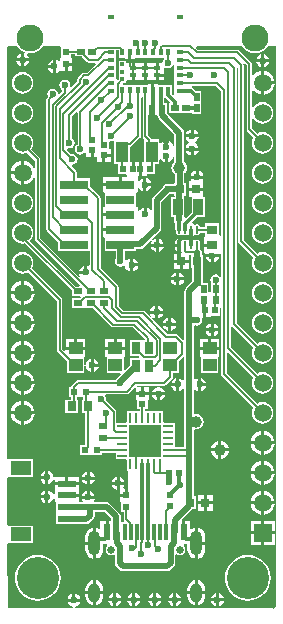
<source format=gbr>
%TF.GenerationSoftware,Altium Limited,Altium Designer,20.0.10 (225)*%
G04 Layer_Physical_Order=1*
G04 Layer_Color=255*
%FSLAX26Y26*%
%MOIN*%
%TF.FileFunction,Copper,L1,Top,Signal*%
%TF.Part,Single*%
G01*
G75*
%TA.AperFunction,SMDPad,CuDef*%
%ADD10R,0.030000X0.032000*%
%ADD11R,0.023622X0.021654*%
%ADD12R,0.023622X0.019685*%
%ADD13C,0.039370*%
%ADD14R,0.029528X0.031496*%
%ADD15R,0.031496X0.039370*%
%ADD16R,0.019685X0.023622*%
%ADD17R,0.025591X0.019685*%
%ADD18R,0.027559X0.019685*%
%ADD19R,0.021654X0.023622*%
%ADD20R,0.033465X0.055118*%
%ADD21R,0.019685X0.025591*%
%TA.AperFunction,ConnectorPad*%
%ADD22R,0.023622X0.057087*%
%ADD23R,0.011811X0.057087*%
%TA.AperFunction,SMDPad,CuDef*%
G04:AMPARAMS|DCode=24|XSize=23.622mil|YSize=9.842mil|CornerRadius=1.968mil|HoleSize=0mil|Usage=FLASHONLY|Rotation=90.000|XOffset=0mil|YOffset=0mil|HoleType=Round|Shape=RoundedRectangle|*
%AMROUNDEDRECTD24*
21,1,0.023622,0.005906,0,0,90.0*
21,1,0.019685,0.009842,0,0,90.0*
1,1,0.003937,0.002953,0.009842*
1,1,0.003937,0.002953,-0.009842*
1,1,0.003937,-0.002953,-0.009842*
1,1,0.003937,-0.002953,0.009842*
%
%ADD24ROUNDEDRECTD24*%
%ADD25R,0.035433X0.031496*%
%ADD26R,0.024000X0.022000*%
%ADD27R,0.010236X0.031890*%
%ADD28R,0.031890X0.010236*%
%ADD29R,0.105512X0.105512*%
%ADD30R,0.022000X0.024000*%
%TA.AperFunction,ConnectorPad*%
%ADD31R,0.023622X0.011811*%
%TA.AperFunction,SMDPad,CuDef*%
%ADD32R,0.011811X0.011811*%
%TA.AperFunction,ConnectorPad*%
%ADD33R,0.011811X0.023622*%
%TA.AperFunction,SMDPad,CuDef*%
%ADD34R,0.045276X0.041339*%
%ADD35R,0.039370X0.070866*%
%ADD36R,0.019685X0.027559*%
%ADD37R,0.070866X0.047244*%
%ADD38R,0.061024X0.023622*%
%ADD39R,0.094488X0.029921*%
%TA.AperFunction,Conductor*%
%ADD40C,0.008000*%
%ADD41C,0.019685*%
%ADD42C,0.005906*%
%ADD43C,0.006000*%
%ADD44C,0.011811*%
%TA.AperFunction,ComponentPad*%
%ADD45O,0.039370X0.062992*%
%ADD46O,0.039370X0.082677*%
%ADD47C,0.025591*%
%ADD48C,0.090000*%
%ADD49C,0.140000*%
%ADD50R,0.059370X0.059370*%
%ADD51C,0.059370*%
%TA.AperFunction,ViaPad*%
%ADD52C,0.023622*%
G36*
X1102362Y200362D02*
X1093000Y191000D01*
X1089211Y194789D01*
X431416D01*
X430923Y199789D01*
X435865Y200772D01*
X443079Y205593D01*
X447900Y212808D01*
X448598Y216318D01*
X406111D01*
X406809Y212808D01*
X411630Y205593D01*
X418844Y200772D01*
X423786Y199789D01*
X423294Y194789D01*
X206372D01*
X206056Y407462D01*
X211052Y410354D01*
X292535D01*
Y469409D01*
X210965D01*
X209858Y469410D01*
X205961Y472071D01*
X205728Y628727D01*
X210725Y630827D01*
X292535D01*
Y689882D01*
X210638D01*
X209858Y689882D01*
X205635Y691757D01*
X203601Y2063391D01*
X207134Y2066929D01*
X239264D01*
X245450Y2058867D01*
X256084Y2050707D01*
X263440Y2047660D01*
X261981Y2042852D01*
X261756Y2042897D01*
Y2026654D01*
X278000D01*
X277301Y2030164D01*
X272481Y2037379D01*
X269875Y2039119D01*
X269746Y2040366D01*
X274312Y2044809D01*
X281756Y2043829D01*
X295045Y2045578D01*
X307428Y2050707D01*
X318062Y2058867D01*
X324248Y2066929D01*
X381642D01*
X385827Y2064961D01*
Y2029685D01*
X381732D01*
Y2018938D01*
X376732Y2016788D01*
X371109Y2020545D01*
X367598Y2021244D01*
Y2000000D01*
Y1978756D01*
X371109Y1979455D01*
X377657Y1983830D01*
X381732Y1986063D01*
X396575D01*
Y2007874D01*
X401575D01*
Y2012874D01*
X421417D01*
Y2029685D01*
X417323D01*
Y2040180D01*
X432181D01*
Y2033464D01*
X454017D01*
X454338Y2032983D01*
X472054Y2015267D01*
X472054Y2015267D01*
X474984Y2013309D01*
X478440Y2012622D01*
X498813D01*
X500726Y2008003D01*
X472228Y1979504D01*
X461224D01*
X461224Y1979504D01*
X457767Y1978817D01*
X454837Y1976859D01*
X440631Y1962653D01*
X438673Y1959723D01*
X437986Y1956267D01*
Y1949965D01*
X418537Y1930516D01*
X413929Y1932979D01*
X414914Y1937930D01*
X413539Y1944842D01*
X409623Y1950703D01*
X403763Y1954618D01*
X396851Y1955993D01*
X389938Y1954618D01*
X384078Y1950703D01*
X380162Y1944842D01*
X378787Y1937930D01*
X380162Y1931017D01*
X384078Y1925157D01*
X387819Y1922657D01*
Y1916568D01*
X379255Y1908003D01*
X374178Y1909998D01*
X373185Y1914993D01*
X369269Y1920853D01*
X363409Y1924769D01*
X356496Y1926144D01*
X349584Y1924769D01*
X343723Y1920853D01*
X339808Y1914993D01*
X338433Y1908080D01*
X339808Y1901168D01*
X341135Y1899181D01*
X338299Y1896345D01*
X336341Y1893415D01*
X335654Y1889959D01*
Y1458464D01*
X336341Y1455008D01*
X338299Y1452078D01*
X375984Y1414393D01*
Y1385433D01*
X479748D01*
Y1336569D01*
X475812Y1334465D01*
X474748Y1334464D01*
X471541Y1335102D01*
Y1313858D01*
X466541D01*
Y1308858D01*
X445297D01*
X445995Y1305348D01*
X448412Y1301731D01*
X444528Y1298544D01*
X315782Y1427290D01*
Y1689961D01*
X315095Y1693417D01*
X313137Y1696347D01*
X313137Y1696347D01*
X285419Y1724064D01*
X287844Y1727225D01*
X291430Y1735882D01*
X292654Y1745173D01*
X291430Y1754464D01*
X287844Y1763122D01*
X282139Y1770557D01*
X274705Y1776262D01*
X266047Y1779848D01*
X256756Y1781071D01*
X247465Y1779848D01*
X238807Y1776262D01*
X231373Y1770557D01*
X225668Y1763122D01*
X222082Y1754464D01*
X220858Y1745173D01*
X222082Y1735882D01*
X225668Y1727225D01*
X231373Y1719790D01*
X238807Y1714085D01*
X247465Y1710499D01*
X256756Y1709276D01*
X266047Y1710499D01*
X271274Y1712664D01*
X297719Y1686220D01*
Y1663048D01*
X292719Y1662053D01*
X291421Y1665187D01*
X285060Y1673477D01*
X276770Y1679838D01*
X267116Y1683837D01*
X261756Y1684542D01*
Y1645173D01*
Y1605804D01*
X267116Y1606510D01*
X276770Y1610509D01*
X285060Y1616870D01*
X291421Y1625160D01*
X292719Y1628294D01*
X297719Y1627299D01*
Y1423549D01*
X298406Y1420092D01*
X300364Y1417162D01*
X446986Y1270541D01*
X445072Y1265921D01*
X433245D01*
X281969Y1417197D01*
X282139Y1419790D01*
X287844Y1427225D01*
X291430Y1435882D01*
X292654Y1445173D01*
X291430Y1454464D01*
X287844Y1463122D01*
X282139Y1470557D01*
X274705Y1476262D01*
X266047Y1479848D01*
X256756Y1481071D01*
X247465Y1479848D01*
X238807Y1476262D01*
X231373Y1470557D01*
X225668Y1463122D01*
X222082Y1454464D01*
X220858Y1445173D01*
X222082Y1435882D01*
X225668Y1427225D01*
X231373Y1419790D01*
X238807Y1414085D01*
X247465Y1410499D01*
X256756Y1409276D01*
X263462Y1410159D01*
X420473Y1253148D01*
Y1234425D01*
X448004D01*
X449870Y1230058D01*
X446978Y1226551D01*
X420473D01*
Y1195055D01*
X459378D01*
X459842Y1195055D01*
Y1195055D01*
X464378D01*
Y1195055D01*
X490907D01*
X552646Y1133316D01*
X555592Y1131348D01*
X559067Y1130656D01*
X624738D01*
X663780Y1091614D01*
X661709Y1086614D01*
X656728D01*
Y1086614D01*
X651728Y1086614D01*
X613421D01*
Y1035433D01*
X642777D01*
X645165Y1032277D01*
X643130Y1027559D01*
X613421D01*
Y1003022D01*
X598120Y987721D01*
X593501Y989635D01*
Y1030354D01*
X597595D01*
Y1056024D01*
X532320D01*
Y1030354D01*
X536414D01*
Y977365D01*
X581231D01*
X583145Y972746D01*
X571324Y960925D01*
X567843Y955716D01*
X567755Y955273D01*
X441059D01*
X437194Y954504D01*
X433917Y952315D01*
X420221Y938619D01*
X418031Y935342D01*
X417263Y931477D01*
Y930985D01*
X409646D01*
Y897520D01*
X417263D01*
Y888819D01*
X398642D01*
Y845008D01*
X440453D01*
Y888819D01*
X437462D01*
Y897520D01*
X445079D01*
Y897520D01*
X449016D01*
Y897520D01*
X457701D01*
Y888819D01*
X453642D01*
Y845008D01*
X465516D01*
Y737764D01*
X446661D01*
Y706268D01*
X481031D01*
X482094Y706268D01*
Y706268D01*
X486032D01*
Y706268D01*
X521465D01*
Y712984D01*
X566385D01*
Y691307D01*
X602448D01*
Y688788D01*
X604968D01*
Y652725D01*
X607685D01*
Y592697D01*
X607126D01*
Y570886D01*
X602126D01*
Y565886D01*
X581299D01*
Y549075D01*
X585394D01*
Y513799D01*
X593046D01*
Y491063D01*
X593737Y487588D01*
X594730Y486102D01*
X592689Y481102D01*
X583379D01*
Y500591D01*
X582157Y506735D01*
X578677Y511944D01*
X548834Y541787D01*
X543625Y545267D01*
X537480Y546490D01*
X537480Y546490D01*
X495956D01*
X493283Y551490D01*
X495422Y554691D01*
X496120Y558201D01*
X453633D01*
X454331Y554691D01*
X456470Y551490D01*
X453797Y546490D01*
X448646D01*
X444268Y547992D01*
Y564803D01*
X403756D01*
Y574803D01*
X444268D01*
Y587362D01*
Y604173D01*
X403756D01*
X363244D01*
Y573989D01*
X358244Y573496D01*
X358065Y574396D01*
X353245Y581611D01*
X346030Y586431D01*
X342520Y587130D01*
Y565886D01*
Y544642D01*
X346030Y545340D01*
X353245Y550161D01*
X358065Y557376D01*
X358244Y558275D01*
X363244Y557783D01*
Y547992D01*
X367339D01*
Y512717D01*
X367339D01*
Y508779D01*
X367339D01*
Y473347D01*
X440173D01*
Y475007D01*
X468594D01*
X468595Y475007D01*
X474739Y476229D01*
X479948Y479709D01*
X491479Y491240D01*
X491480Y491241D01*
X494960Y496450D01*
X496182Y502594D01*
Y514377D01*
X530829D01*
X551266Y493940D01*
Y485197D01*
X542795D01*
Y446654D01*
X532795D01*
Y485197D01*
X515984D01*
Y459765D01*
X511500Y457553D01*
X510640Y458213D01*
X503419Y461205D01*
X500669Y461567D01*
Y410630D01*
Y359693D01*
X503419Y360055D01*
X510640Y363047D01*
X516841Y367805D01*
X521599Y374006D01*
X524590Y381227D01*
X525611Y388976D01*
Y408110D01*
X536766D01*
X538236Y403953D01*
X538395Y403110D01*
X534353Y397060D01*
X532901Y389764D01*
X534353Y382467D01*
X538486Y376281D01*
X544672Y372148D01*
X551968Y370697D01*
X559265Y372148D01*
X560046Y372670D01*
X564455Y370312D01*
Y345861D01*
X564455Y345861D01*
X565678Y339716D01*
X569158Y334507D01*
X580689Y322976D01*
X580689Y322976D01*
X585899Y319495D01*
X592043Y318273D01*
X738465D01*
X738465Y318273D01*
X744610Y319495D01*
X749819Y322976D01*
X761350Y334507D01*
X761350Y334507D01*
X764831Y339716D01*
X766053Y345861D01*
Y370972D01*
X770463Y373329D01*
X772231Y372148D01*
X779528Y370697D01*
X786824Y372148D01*
X793010Y376281D01*
X797143Y382467D01*
X798595Y389764D01*
X797143Y397060D01*
X793101Y403110D01*
X793260Y403953D01*
X794731Y408110D01*
X805886D01*
Y388976D01*
X806906Y381227D01*
X809897Y374006D01*
X814655Y367805D01*
X820856Y363047D01*
X828077Y360055D01*
X830827Y359693D01*
Y410630D01*
Y461567D01*
X828077Y461205D01*
X820856Y458213D01*
X819996Y457553D01*
X815512Y459765D01*
Y485197D01*
X798701D01*
Y446654D01*
X788701D01*
Y489735D01*
X788667Y489816D01*
X822370Y523520D01*
X833473D01*
Y566827D01*
X827876D01*
Y702331D01*
Y722016D01*
Y786901D01*
X831635Y790198D01*
X834457Y789827D01*
X841138Y790706D01*
X847363Y793285D01*
X852708Y797387D01*
X856810Y802732D01*
X859389Y808957D01*
X860268Y815638D01*
X859389Y822318D01*
X856810Y828544D01*
X852708Y833889D01*
X847363Y837991D01*
X841138Y840570D01*
X834457Y841449D01*
X831635Y841078D01*
X827876Y844375D01*
Y920851D01*
X832876Y923100D01*
X838380Y919422D01*
X841890Y918724D01*
Y939967D01*
Y961211D01*
X838380Y960513D01*
X832876Y956835D01*
X827876Y959083D01*
Y1133040D01*
X828588Y1133939D01*
X832876Y1136598D01*
X837902Y1135598D01*
X844815Y1136973D01*
X850675Y1140889D01*
X854591Y1146749D01*
X855966Y1153662D01*
X854669Y1160181D01*
X854773Y1161358D01*
X856816Y1165181D01*
X858418D01*
Y1187181D01*
X868418D01*
Y1165181D01*
X884418D01*
Y1169276D01*
X913324D01*
Y1197782D01*
X913728Y1197941D01*
X918728Y1194542D01*
Y974170D01*
X919415Y970713D01*
X921373Y967783D01*
X1025827Y863330D01*
X1025668Y863122D01*
X1022082Y854464D01*
X1020858Y845173D01*
X1022082Y835882D01*
X1025668Y827225D01*
X1031373Y819790D01*
X1038807Y814085D01*
X1047465Y810499D01*
X1056756Y809276D01*
X1066047Y810499D01*
X1074705Y814085D01*
X1082139Y819790D01*
X1087844Y827225D01*
X1091430Y835882D01*
X1092654Y845173D01*
X1091430Y854464D01*
X1087844Y863122D01*
X1082139Y870557D01*
X1074705Y876261D01*
X1066047Y879848D01*
X1056756Y881071D01*
X1047465Y879848D01*
X1038807Y876261D01*
X1038600Y876102D01*
X936791Y977911D01*
Y1045832D01*
X941411Y1047746D01*
X1025827Y963330D01*
X1025668Y963122D01*
X1022082Y954464D01*
X1020858Y945173D01*
X1022082Y935882D01*
X1025668Y927225D01*
X1031373Y919790D01*
X1038807Y914085D01*
X1047465Y910499D01*
X1056756Y909276D01*
X1066047Y910499D01*
X1074705Y914085D01*
X1082139Y919790D01*
X1087844Y927225D01*
X1091430Y935882D01*
X1092654Y945173D01*
X1091430Y954464D01*
X1087844Y963122D01*
X1082139Y970557D01*
X1074705Y976261D01*
X1066047Y979848D01*
X1056756Y981071D01*
X1047465Y979848D01*
X1038807Y976261D01*
X1038600Y976102D01*
X949976Y1064726D01*
Y1132516D01*
X953717Y1134075D01*
X954976Y1134180D01*
X1025827Y1063330D01*
X1025668Y1063122D01*
X1022082Y1054464D01*
X1020858Y1045173D01*
X1022082Y1035882D01*
X1025668Y1027225D01*
X1031373Y1019790D01*
X1038807Y1014085D01*
X1047465Y1010499D01*
X1056756Y1009276D01*
X1066047Y1010499D01*
X1074705Y1014085D01*
X1082139Y1019790D01*
X1087844Y1027225D01*
X1091430Y1035882D01*
X1092654Y1045173D01*
X1091430Y1054464D01*
X1087844Y1063122D01*
X1082139Y1070557D01*
X1074705Y1076262D01*
X1066047Y1079848D01*
X1056756Y1081071D01*
X1047465Y1079848D01*
X1038807Y1076262D01*
X1038600Y1076102D01*
X970099Y1144603D01*
Y1994448D01*
X973431Y1997091D01*
X974902Y1997545D01*
X975220Y1997374D01*
Y1417677D01*
X975908Y1414221D01*
X977866Y1411291D01*
X1025827Y1363330D01*
X1025668Y1363122D01*
X1022082Y1354464D01*
X1020858Y1345173D01*
X1022082Y1335882D01*
X1025668Y1327225D01*
X1031373Y1319790D01*
X1038807Y1314085D01*
X1047465Y1310499D01*
X1056756Y1309276D01*
X1066047Y1310499D01*
X1074705Y1314085D01*
X1082139Y1319790D01*
X1087844Y1327225D01*
X1091430Y1335882D01*
X1092654Y1345173D01*
X1091430Y1354464D01*
X1087844Y1363122D01*
X1082139Y1370557D01*
X1074705Y1376262D01*
X1066047Y1379848D01*
X1056756Y1381071D01*
X1047465Y1379848D01*
X1038807Y1376262D01*
X1038600Y1376102D01*
X993284Y1421418D01*
Y2004374D01*
X992742Y2007100D01*
X994423Y2008779D01*
X996865Y2010047D01*
X1002779Y2004133D01*
Y1790118D01*
X1003467Y1786662D01*
X1005425Y1783732D01*
X1025827Y1763330D01*
X1025668Y1763122D01*
X1022082Y1754464D01*
X1020858Y1745173D01*
X1022082Y1735882D01*
X1025668Y1727225D01*
X1031373Y1719790D01*
X1038807Y1714085D01*
X1047465Y1710499D01*
X1056756Y1709276D01*
X1066047Y1710499D01*
X1074705Y1714085D01*
X1082139Y1719790D01*
X1087844Y1727225D01*
X1091430Y1735882D01*
X1092654Y1745173D01*
X1091430Y1754464D01*
X1087844Y1763122D01*
X1082139Y1770557D01*
X1074705Y1776262D01*
X1066047Y1779848D01*
X1056756Y1781071D01*
X1047465Y1779848D01*
X1038807Y1776262D01*
X1038600Y1776102D01*
X1020843Y1793859D01*
Y1825180D01*
X1025334Y1827036D01*
X1025843Y1826996D01*
X1031373Y1819790D01*
X1038807Y1814085D01*
X1047465Y1810499D01*
X1056756Y1809276D01*
X1066047Y1810499D01*
X1074705Y1814085D01*
X1082139Y1819790D01*
X1087844Y1827225D01*
X1091430Y1835882D01*
X1092654Y1845173D01*
X1091430Y1854464D01*
X1087844Y1863122D01*
X1082139Y1870557D01*
X1074705Y1876262D01*
X1066047Y1879848D01*
X1056756Y1881071D01*
X1047465Y1879848D01*
X1038807Y1876262D01*
X1031373Y1870557D01*
X1025843Y1863350D01*
X1025334Y1863311D01*
X1020843Y1865166D01*
Y1918573D01*
X1025843Y1920271D01*
X1028452Y1916870D01*
X1036742Y1910509D01*
X1046396Y1906510D01*
X1051756Y1905804D01*
Y1945173D01*
Y1984542D01*
X1046396Y1983837D01*
X1036742Y1979838D01*
X1028452Y1973477D01*
X1025843Y1970076D01*
X1020843Y1971773D01*
Y2007874D01*
X1020155Y2011330D01*
X1018197Y2014261D01*
X978827Y2053631D01*
X975897Y2055588D01*
X972441Y2056276D01*
X840355D01*
X834322Y2062310D01*
X836235Y2066929D01*
X989264D01*
X995450Y2058867D01*
X1006084Y2050707D01*
X1018467Y2045578D01*
X1031756Y2043829D01*
X1045045Y2045578D01*
X1057428Y2050707D01*
X1068062Y2058867D01*
X1074248Y2066929D01*
X1102362D01*
Y200362D01*
D02*
G37*
G36*
X576772Y2029528D02*
X598268D01*
Y2025433D01*
X609173D01*
Y2047244D01*
X619173D01*
Y2025433D01*
X630079D01*
Y2029528D01*
X651575D01*
X651575Y2029527D01*
X653544D01*
Y2029528D01*
X656575Y2029528D01*
X674134D01*
X677165Y2029528D01*
Y2029527D01*
X679134D01*
Y2029528D01*
X699725D01*
X702756Y2029528D01*
Y2029527D01*
X704725D01*
Y2029528D01*
X726331D01*
X727932Y2024584D01*
X724016Y2018724D01*
X722672Y2011969D01*
X709725D01*
Y1996063D01*
X699725D01*
Y2011969D01*
X670355D01*
Y1996063D01*
X660355D01*
Y2011969D01*
X630984D01*
Y1996063D01*
X620984D01*
Y2011969D01*
X605394D01*
X604173Y2011969D01*
X600394Y2014915D01*
Y2019685D01*
X576772D01*
Y1999095D01*
X576772Y1996063D01*
X576772Y1991063D01*
Y1973504D01*
X576772Y1970473D01*
X576772Y1965472D01*
Y1957747D01*
X573070Y1954694D01*
X568898Y1956720D01*
Y1958662D01*
X568898D01*
X568898Y1961693D01*
Y1982283D01*
X568898Y1982283D01*
Y1984252D01*
X568898D01*
X568898Y1987284D01*
Y2007874D01*
X568898D01*
Y2009843D01*
X568898D01*
Y2033464D01*
X568898D01*
Y2035433D01*
X568898D01*
Y2053961D01*
X576772D01*
Y2029528D01*
D02*
G37*
G36*
X760928Y2003536D02*
X761811Y2003196D01*
Y1984252D01*
X761811D01*
Y1982283D01*
X761811D01*
Y1958662D01*
X761811D01*
Y1956693D01*
X761811D01*
Y1936102D01*
X761811Y1933071D01*
X761811Y1928071D01*
Y1908389D01*
X757633Y1905496D01*
X754169Y1908960D01*
Y1920276D01*
X753937Y1921439D01*
Y1937992D01*
X733347D01*
X730315Y1937992D01*
X725315Y1937992D01*
X706851D01*
Y1942087D01*
X695945D01*
Y1920276D01*
X685945D01*
Y1942087D01*
X675040D01*
Y1937992D01*
X653544D01*
Y1937992D01*
X651575D01*
Y1937992D01*
X627953D01*
Y1937992D01*
X625984D01*
Y1937992D01*
X602363D01*
Y1937992D01*
X600394D01*
Y1937992D01*
X593484D01*
X590959Y1942992D01*
X592352Y1944882D01*
X600394D01*
Y1951621D01*
X604173Y1954567D01*
X620984D01*
Y1970473D01*
X630984D01*
Y1954567D01*
X660355D01*
Y1970473D01*
X670355D01*
Y1954567D01*
X699725D01*
Y1970473D01*
X704725D01*
Y1975473D01*
X726536D01*
Y1993958D01*
X731536Y1996630D01*
X733792Y1995122D01*
X740705Y1993747D01*
X747617Y1995122D01*
X753478Y1999038D01*
X756811Y2004027D01*
X760928Y2003536D01*
D02*
G37*
G36*
X918728Y1916535D02*
Y1434227D01*
X918697Y1434164D01*
X917604Y1434050D01*
X916991Y1434174D01*
X912604Y1438555D01*
Y1477155D01*
X865360D01*
Y1465600D01*
X848340D01*
X847780Y1468416D01*
X846040Y1471020D01*
X843435Y1472760D01*
X840363Y1473371D01*
X834457D01*
X831385Y1472760D01*
X830507Y1472174D01*
X829306Y1473972D01*
X825347Y1476617D01*
X823655Y1476954D01*
X822009Y1482379D01*
X836724Y1497094D01*
X864969D01*
Y1564023D01*
X863676D01*
X859221Y1565340D01*
X859221Y1569024D01*
Y1586088D01*
X834457D01*
X809693D01*
Y1565340D01*
X815238D01*
X819693Y1564023D01*
X819693Y1560340D01*
Y1514125D01*
X799946Y1494378D01*
X796071Y1497574D01*
Y1564023D01*
X794903D01*
Y1569434D01*
X801977D01*
Y1612741D01*
X795887D01*
Y1643793D01*
X796606Y1644344D01*
X800707Y1649690D01*
X803286Y1655915D01*
X804165Y1662596D01*
X803286Y1669276D01*
X800707Y1675501D01*
X796606Y1680847D01*
X794411Y1682531D01*
Y1779485D01*
X793188Y1785629D01*
X789708Y1790838D01*
X789708Y1790838D01*
X738130Y1842416D01*
Y1878142D01*
X728578D01*
Y1893989D01*
X733578Y1895506D01*
X733611Y1895457D01*
X748083Y1880984D01*
X746063Y1875984D01*
X746063D01*
Y1844488D01*
X778465D01*
X783465Y1844488D01*
X788465Y1844488D01*
X820866D01*
Y1842520D01*
X852362D01*
Y1874921D01*
X852362Y1879921D01*
X852362Y1884921D01*
Y1917323D01*
X835928D01*
X825444Y1927807D01*
X821538Y1930417D01*
X819360Y1930850D01*
X819853Y1935850D01*
X899412D01*
X918728Y1916535D01*
D02*
G37*
G36*
X693224Y1838236D02*
X700696D01*
X705168Y1836614D01*
X706390Y1830470D01*
X709871Y1825261D01*
X762298Y1772834D01*
Y1736937D01*
X757298Y1736445D01*
X756338Y1741270D01*
X751517Y1748485D01*
X744303Y1753305D01*
X740792Y1754003D01*
Y1732760D01*
X730792D01*
Y1754003D01*
X727282Y1753305D01*
X720067Y1748485D01*
X716798Y1743591D01*
X711798Y1745108D01*
Y1756729D01*
X686844D01*
X686236Y1759783D01*
X684268Y1762729D01*
X674434Y1772562D01*
Y1838236D01*
X683224D01*
Y1860236D01*
X693224D01*
Y1838236D01*
D02*
G37*
G36*
X439787Y1844874D02*
Y1739682D01*
X436046Y1737182D01*
X432130Y1731322D01*
X430755Y1724409D01*
X432130Y1717497D01*
X436046Y1711637D01*
X441906Y1707721D01*
X448819Y1706346D01*
X455731Y1707721D01*
X461592Y1711637D01*
X461736Y1711852D01*
X466736Y1710336D01*
Y1699544D01*
X483736D01*
Y1720544D01*
X493736D01*
Y1699544D01*
X505559D01*
Y1682775D01*
X522559D01*
Y1703775D01*
X527559D01*
Y1708775D01*
X549559D01*
Y1724775D01*
X545465D01*
Y1747883D01*
X549330Y1751055D01*
X549987Y1750924D01*
X556900Y1752299D01*
X557782Y1752888D01*
X562192Y1750531D01*
Y1674052D01*
X575756D01*
Y1640166D01*
X602019D01*
X602874Y1638841D01*
X604069Y1636260D01*
X601998Y1631260D01*
X587677D01*
Y1606299D01*
X582677D01*
Y1601299D01*
X525433D01*
Y1581339D01*
X527532D01*
X529528Y1577165D01*
X529528Y1576339D01*
Y1536260D01*
X529528Y1535433D01*
X527532Y1531260D01*
X525433D01*
Y1511299D01*
X582677D01*
Y1501299D01*
X525433D01*
Y1486260D01*
X525433Y1481339D01*
X525433Y1476339D01*
Y1461299D01*
X582677D01*
Y1451299D01*
X525433D01*
Y1431339D01*
X527532D01*
X529528Y1427165D01*
X529528Y1426339D01*
Y1385433D01*
X566621D01*
Y1358032D01*
X565989Y1357086D01*
X564614Y1350173D01*
X565989Y1343261D01*
X569904Y1337400D01*
X575765Y1333485D01*
X582677Y1332110D01*
X589590Y1333485D01*
X592894Y1335692D01*
X598421Y1333532D01*
X599183Y1329703D01*
X604004Y1322489D01*
X611218Y1317668D01*
X614729Y1316970D01*
Y1338214D01*
Y1359457D01*
X611218Y1358759D01*
X604962Y1354579D01*
X601205Y1355384D01*
X599533Y1356247D01*
X599366Y1357086D01*
X598734Y1358032D01*
Y1385433D01*
X635827D01*
Y1390421D01*
X647091D01*
X647092Y1390421D01*
X653237Y1391643D01*
X658446Y1395124D01*
X683554Y1420232D01*
X687438Y1417045D01*
X684622Y1412831D01*
X683924Y1409321D01*
X700168D01*
Y1425564D01*
X696658Y1424866D01*
X692444Y1422051D01*
X689256Y1425934D01*
X714389Y1451067D01*
X714389Y1451067D01*
X717870Y1456276D01*
X719092Y1462421D01*
Y1546767D01*
X746502Y1574177D01*
X747617Y1574399D01*
X748563Y1575031D01*
X760638D01*
Y1569434D01*
X762790D01*
Y1564023D01*
X750796D01*
Y1497094D01*
X761313D01*
Y1489220D01*
X762536Y1483076D01*
X765328Y1478897D01*
Y1456485D01*
X765327Y1456485D01*
X766244Y1451877D01*
X767373Y1450187D01*
Y1445658D01*
X767984Y1442586D01*
X769725Y1439981D01*
X772329Y1438241D01*
X775402Y1437630D01*
X781307D01*
X784379Y1438241D01*
X786984Y1439981D01*
X789411D01*
X792015Y1438241D01*
X795087Y1437630D01*
X800993D01*
X804065Y1438241D01*
X804942Y1438827D01*
X806143Y1437029D01*
X810102Y1434384D01*
X812724Y1433862D01*
Y1455501D01*
X822724D01*
Y1433862D01*
X825347Y1434384D01*
X829306Y1437029D01*
X830507Y1438828D01*
X831385Y1438241D01*
X834457Y1437630D01*
X840363D01*
X843435Y1438241D01*
X846040Y1439981D01*
X847780Y1442586D01*
X848340Y1445401D01*
X865360D01*
Y1435068D01*
X865359Y1433848D01*
X862413Y1430068D01*
X861265D01*
Y1409320D01*
X888981D01*
Y1399320D01*
X861265D01*
Y1378572D01*
X863404D01*
X866573Y1374710D01*
X913683D01*
X914576Y1375708D01*
X918309Y1375271D01*
X918728Y1374413D01*
Y1301089D01*
X913728Y1299572D01*
X912361Y1301619D01*
X906500Y1305534D01*
X899588Y1306909D01*
X892675Y1305534D01*
X886815Y1301619D01*
X882899Y1295758D01*
X881524Y1288846D01*
X882899Y1281933D01*
X883855Y1277732D01*
X883855D01*
X883855Y1277732D01*
Y1250716D01*
X879621Y1247491D01*
X875981Y1248538D01*
Y1277732D01*
X858253D01*
Y1328371D01*
X859063D01*
Y1371678D01*
X853959D01*
Y1380584D01*
X852736Y1386728D01*
X849256Y1391938D01*
X848047Y1392746D01*
X848391Y1394478D01*
Y1414163D01*
X847780Y1417236D01*
X846040Y1419840D01*
X843435Y1421580D01*
X840363Y1422191D01*
X834457D01*
X831385Y1421580D01*
X830507Y1420994D01*
X829306Y1422792D01*
X825347Y1425437D01*
X822724Y1425959D01*
Y1404321D01*
X812724D01*
Y1425959D01*
X810102Y1425437D01*
X806143Y1422792D01*
X804942Y1420995D01*
X804065Y1421580D01*
X800993Y1422191D01*
X795087D01*
X792015Y1421580D01*
X791137Y1420994D01*
X789936Y1422792D01*
X785977Y1425437D01*
X783354Y1425959D01*
Y1404321D01*
Y1382682D01*
X784370Y1382885D01*
X785672Y1382605D01*
X786857Y1380773D01*
X784137Y1375773D01*
X760481D01*
Y1355025D01*
X785245D01*
X810008D01*
Y1371552D01*
X817725D01*
Y1328371D01*
X822338D01*
Y1283399D01*
X800466Y1261527D01*
X796985Y1256318D01*
X795763Y1250173D01*
X795763Y1250173D01*
Y1153662D01*
Y1090362D01*
X790763Y1088291D01*
X773269Y1105785D01*
X770339Y1107743D01*
X766883Y1108430D01*
X738187D01*
X686667Y1159950D01*
X689854Y1163834D01*
X694525Y1160713D01*
X698035Y1160015D01*
Y1176259D01*
X681792D01*
X682490Y1172748D01*
X685611Y1168078D01*
X681727Y1164890D01*
X663186Y1183432D01*
X660255Y1185389D01*
X656799Y1186077D01*
X592279D01*
X576350Y1202006D01*
Y1263648D01*
X575663Y1267104D01*
X573705Y1270034D01*
X573704Y1270034D01*
X516217Y1327522D01*
Y1560531D01*
X515529Y1563988D01*
X513572Y1566918D01*
X482284Y1598206D01*
Y1627165D01*
X438166D01*
Y1645669D01*
X437478Y1649126D01*
X435520Y1652056D01*
X420413Y1667163D01*
X421661Y1670391D01*
X422666Y1671981D01*
X429157Y1673272D01*
X435017Y1677188D01*
X438933Y1683048D01*
X440308Y1689961D01*
X438933Y1696873D01*
X435017Y1702734D01*
X429157Y1706649D01*
X422244Y1708024D01*
X417831Y1707146D01*
X402808Y1722170D01*
X403140Y1725051D01*
X408090Y1728298D01*
X412599Y1727401D01*
X419511Y1728776D01*
X425372Y1732692D01*
X429287Y1738552D01*
X430662Y1745465D01*
X429287Y1752377D01*
X425372Y1758238D01*
X421679Y1760705D01*
Y1833837D01*
X434787Y1846945D01*
X439787Y1844874D01*
D02*
G37*
G36*
X656274Y1898116D02*
Y1768801D01*
X656966Y1765326D01*
X658934Y1762381D01*
X661779Y1759535D01*
X660617Y1756729D01*
X660617D01*
Y1680071D01*
X653855D01*
Y1658071D01*
Y1636071D01*
X669855D01*
Y1640166D01*
X698760D01*
Y1674052D01*
X711798D01*
Y1689581D01*
X716798Y1691098D01*
X720067Y1686204D01*
X727282Y1681384D01*
X730792Y1680686D01*
Y1701929D01*
X740792D01*
Y1680686D01*
X744303Y1681384D01*
X751517Y1686204D01*
X756338Y1693419D01*
X757298Y1698244D01*
X762298Y1697752D01*
Y1682531D01*
X760103Y1680847D01*
X756001Y1675501D01*
X753422Y1669276D01*
X752543Y1662596D01*
X753422Y1655915D01*
X756001Y1649690D01*
X760103Y1644344D01*
X763774Y1641527D01*
Y1612741D01*
X760638D01*
Y1607144D01*
X748563D01*
X747617Y1607776D01*
X740705Y1609151D01*
X733792Y1607776D01*
X727932Y1603861D01*
X724016Y1598000D01*
X723794Y1596884D01*
X691682Y1564772D01*
X688201Y1559563D01*
X686979Y1553418D01*
X686979Y1553418D01*
Y1523099D01*
X681979Y1521582D01*
X680929Y1523154D01*
X673714Y1527974D01*
X670204Y1528673D01*
Y1507429D01*
X660204D01*
Y1528673D01*
X656694Y1527974D01*
X649479Y1523154D01*
X647511Y1520208D01*
X640720Y1518888D01*
X639921Y1519427D01*
Y1531260D01*
X637823D01*
X635827Y1535433D01*
X635827Y1536260D01*
Y1576339D01*
X635827Y1577165D01*
X637823Y1581339D01*
X639921D01*
Y1594277D01*
X644921Y1595794D01*
X648409Y1590574D01*
X655624Y1585754D01*
X659134Y1585055D01*
Y1606299D01*
Y1627543D01*
X655624Y1626845D01*
X648409Y1622024D01*
X644921Y1616804D01*
X639921Y1618321D01*
Y1631071D01*
X639922Y1631260D01*
X640376Y1636071D01*
X643855D01*
Y1658071D01*
Y1680071D01*
X630662D01*
Y1658071D01*
X620662D01*
Y1680071D01*
X613372D01*
Y1731564D01*
X616427Y1732172D01*
X619373Y1734140D01*
X647613Y1762380D01*
X649581Y1765326D01*
X650272Y1768801D01*
Y1895060D01*
X655273Y1898500D01*
X656274Y1898116D01*
D02*
G37*
G36*
X795763Y1029859D02*
Y955085D01*
X790763Y953568D01*
X789344Y955692D01*
X782129Y960513D01*
X778619Y961211D01*
Y939967D01*
Y918724D01*
X782129Y919422D01*
X789344Y924242D01*
X790763Y926366D01*
X795763Y924850D01*
Y731048D01*
X764023D01*
Y770048D01*
Y811780D01*
X727960D01*
Y814299D01*
X725440D01*
Y850362D01*
X664393D01*
Y859311D01*
X673811D01*
Y888216D01*
X677905D01*
Y904216D01*
X655905D01*
X633905D01*
Y888216D01*
X638000D01*
Y859311D01*
X646330D01*
Y850362D01*
X604968D01*
Y814299D01*
X602448D01*
Y811780D01*
X569084D01*
Y848207D01*
X568393Y851682D01*
X566424Y854628D01*
X533414Y887638D01*
X534280Y891994D01*
X532905Y898907D01*
X530709Y902194D01*
X533382Y907194D01*
X603233D01*
X606689Y907881D01*
X609620Y909839D01*
X628905Y929125D01*
X633905Y927054D01*
Y914216D01*
X650905D01*
Y930216D01*
X642080D01*
X639408Y935216D01*
X640026Y936142D01*
X707765D01*
X708258Y931142D01*
X706675Y930827D01*
X701322Y929762D01*
X694107Y924941D01*
X689287Y917727D01*
X688589Y914216D01*
X731076D01*
X730378Y917727D01*
X725557Y924941D01*
X718342Y929762D01*
X712990Y930827D01*
X711407Y931142D01*
X711899Y936142D01*
X727285D01*
X730741Y936829D01*
X733672Y938787D01*
X754415Y959530D01*
X756372Y962460D01*
X757060Y965916D01*
X757060Y965917D01*
Y977362D01*
X776572D01*
Y1017739D01*
X790763Y1031930D01*
X795763Y1029859D01*
D02*
G37*
%LPC*%
G36*
X251756Y2042897D02*
X248246Y2042199D01*
X241031Y2037379D01*
X236210Y2030164D01*
X235512Y2026654D01*
X251756D01*
Y2042897D01*
D02*
G37*
G36*
X1061756Y2040929D02*
Y2024685D01*
X1078000D01*
X1077302Y2028195D01*
X1072481Y2035410D01*
X1065266Y2040230D01*
X1061756Y2040929D01*
D02*
G37*
G36*
X1051756D02*
X1048246Y2040230D01*
X1041031Y2035410D01*
X1036210Y2028195D01*
X1035512Y2024685D01*
X1051756D01*
Y2040929D01*
D02*
G37*
G36*
X357598Y2021244D02*
X354088Y2020545D01*
X346873Y2015725D01*
X342053Y2008510D01*
X341355Y2005000D01*
X357598D01*
Y2021244D01*
D02*
G37*
G36*
X278000Y2016654D02*
X261756D01*
Y2000410D01*
X265266Y2001108D01*
X272481Y2005929D01*
X277301Y2013143D01*
X278000Y2016654D01*
D02*
G37*
G36*
X251756D02*
X235512D01*
X236210Y2013143D01*
X241031Y2005929D01*
X248246Y2001108D01*
X251756Y2000410D01*
Y2016654D01*
D02*
G37*
G36*
X1078000Y2014685D02*
X1061756D01*
Y1998441D01*
X1065266Y1999139D01*
X1072481Y2003960D01*
X1077302Y2011175D01*
X1078000Y2014685D01*
D02*
G37*
G36*
X1051756D02*
X1035512D01*
X1036210Y2011175D01*
X1041031Y2003960D01*
X1048246Y1999139D01*
X1051756Y1998441D01*
Y2014685D01*
D02*
G37*
G36*
X421417Y2002874D02*
X406575D01*
Y1986063D01*
X421417D01*
Y2002874D01*
D02*
G37*
G36*
X357598Y1995000D02*
X341355D01*
X342053Y1991490D01*
X346873Y1984275D01*
X354088Y1979455D01*
X357598Y1978756D01*
Y1995000D01*
D02*
G37*
G36*
X1061756Y1984543D02*
Y1950173D01*
X1096125D01*
X1095419Y1955533D01*
X1091421Y1965187D01*
X1085060Y1973477D01*
X1076770Y1979838D01*
X1067116Y1983837D01*
X1061756Y1984543D01*
D02*
G37*
G36*
X256756Y1981071D02*
X247465Y1979848D01*
X238807Y1976262D01*
X231373Y1970557D01*
X225668Y1963122D01*
X222082Y1954464D01*
X220858Y1945173D01*
X222082Y1935882D01*
X225668Y1927225D01*
X231373Y1919790D01*
X238807Y1914085D01*
X247465Y1910499D01*
X256756Y1909276D01*
X266047Y1910499D01*
X274705Y1914085D01*
X282139Y1919790D01*
X287844Y1927225D01*
X291430Y1935882D01*
X292654Y1945173D01*
X291430Y1954464D01*
X287844Y1963122D01*
X282139Y1970557D01*
X274705Y1976262D01*
X266047Y1979848D01*
X256756Y1981071D01*
D02*
G37*
G36*
X1096125Y1940173D02*
X1061756D01*
Y1905804D01*
X1067116Y1906510D01*
X1076770Y1910509D01*
X1085060Y1916870D01*
X1091421Y1925160D01*
X1095419Y1934813D01*
X1096125Y1940173D01*
D02*
G37*
G36*
X256756Y1881071D02*
X247465Y1879848D01*
X238807Y1876262D01*
X231373Y1870557D01*
X225668Y1863122D01*
X222082Y1854464D01*
X220858Y1845173D01*
X222082Y1835882D01*
X225668Y1827225D01*
X231373Y1819790D01*
X238807Y1814085D01*
X247465Y1810499D01*
X256756Y1809276D01*
X266047Y1810499D01*
X274705Y1814085D01*
X282139Y1819790D01*
X287844Y1827225D01*
X291430Y1835882D01*
X292654Y1845173D01*
X291430Y1854464D01*
X287844Y1863122D01*
X282139Y1870557D01*
X274705Y1876262D01*
X266047Y1879848D01*
X256756Y1881071D01*
D02*
G37*
G36*
X251756Y1684542D02*
X246396Y1683837D01*
X236742Y1679838D01*
X228452Y1673477D01*
X222091Y1665187D01*
X218093Y1655533D01*
X217387Y1650173D01*
X251756D01*
Y1684542D01*
D02*
G37*
G36*
X1056756Y1681071D02*
X1047465Y1679848D01*
X1038807Y1676262D01*
X1031373Y1670557D01*
X1025668Y1663122D01*
X1022082Y1654464D01*
X1020858Y1645173D01*
X1022082Y1635882D01*
X1025668Y1627225D01*
X1031373Y1619790D01*
X1038807Y1614085D01*
X1047465Y1610499D01*
X1056756Y1609276D01*
X1066047Y1610499D01*
X1074705Y1614085D01*
X1082139Y1619790D01*
X1087844Y1627225D01*
X1091430Y1635882D01*
X1092654Y1645173D01*
X1091430Y1654464D01*
X1087844Y1663122D01*
X1082139Y1670557D01*
X1074705Y1676262D01*
X1066047Y1679848D01*
X1056756Y1681071D01*
D02*
G37*
G36*
X251756Y1640173D02*
X217387D01*
X218093Y1634813D01*
X222091Y1625160D01*
X228452Y1616870D01*
X236742Y1610509D01*
X246396Y1606510D01*
X251756Y1605804D01*
Y1640173D01*
D02*
G37*
G36*
X1056756Y1581071D02*
X1047465Y1579848D01*
X1038807Y1576262D01*
X1031373Y1570557D01*
X1025668Y1563122D01*
X1022082Y1554464D01*
X1020858Y1545173D01*
X1022082Y1535882D01*
X1025668Y1527225D01*
X1031373Y1519790D01*
X1038807Y1514085D01*
X1047465Y1510499D01*
X1056756Y1509276D01*
X1066047Y1510499D01*
X1074705Y1514085D01*
X1082139Y1519790D01*
X1087844Y1527225D01*
X1091430Y1535882D01*
X1092654Y1545173D01*
X1091430Y1554464D01*
X1087844Y1563122D01*
X1082139Y1570557D01*
X1074705Y1576262D01*
X1066047Y1579848D01*
X1056756Y1581071D01*
D02*
G37*
G36*
X256756D02*
X247465Y1579848D01*
X238807Y1576262D01*
X231373Y1570557D01*
X225668Y1563122D01*
X222082Y1554464D01*
X220858Y1545173D01*
X222082Y1535882D01*
X225668Y1527225D01*
X231373Y1519790D01*
X238807Y1514085D01*
X247465Y1510499D01*
X256756Y1509276D01*
X266047Y1510499D01*
X274705Y1514085D01*
X282139Y1519790D01*
X287844Y1527225D01*
X291430Y1535882D01*
X292654Y1545173D01*
X291430Y1554464D01*
X287844Y1563122D01*
X282139Y1570557D01*
X274705Y1576262D01*
X266047Y1579848D01*
X256756Y1581071D01*
D02*
G37*
G36*
X1056756Y1481071D02*
X1047465Y1479848D01*
X1038807Y1476262D01*
X1031373Y1470557D01*
X1025668Y1463122D01*
X1022082Y1454464D01*
X1020858Y1445173D01*
X1022082Y1435882D01*
X1025668Y1427225D01*
X1031373Y1419790D01*
X1038807Y1414085D01*
X1047465Y1410499D01*
X1056756Y1409276D01*
X1066047Y1410499D01*
X1074705Y1414085D01*
X1082139Y1419790D01*
X1087844Y1427225D01*
X1091430Y1435882D01*
X1092654Y1445173D01*
X1091430Y1454464D01*
X1087844Y1463122D01*
X1082139Y1470557D01*
X1074705Y1476262D01*
X1066047Y1479848D01*
X1056756Y1481071D01*
D02*
G37*
G36*
X461541Y1335102D02*
X458031Y1334404D01*
X450816Y1329583D01*
X445995Y1322368D01*
X445297Y1318858D01*
X461541D01*
Y1335102D01*
D02*
G37*
G36*
X261756Y1284542D02*
Y1250173D01*
X296125D01*
X295420Y1255533D01*
X291421Y1265187D01*
X285060Y1273477D01*
X276770Y1279838D01*
X267116Y1283837D01*
X261756Y1284542D01*
D02*
G37*
G36*
X251756D02*
X246396Y1283837D01*
X236742Y1279838D01*
X228452Y1273477D01*
X222091Y1265187D01*
X218093Y1255533D01*
X217387Y1250173D01*
X251756D01*
Y1284542D01*
D02*
G37*
G36*
X1056756Y1281071D02*
X1047465Y1279848D01*
X1038807Y1276262D01*
X1031373Y1270557D01*
X1025668Y1263122D01*
X1022082Y1254464D01*
X1020858Y1245173D01*
X1022082Y1235882D01*
X1025668Y1227225D01*
X1031373Y1219790D01*
X1038807Y1214085D01*
X1047465Y1210499D01*
X1056756Y1209276D01*
X1066047Y1210499D01*
X1074705Y1214085D01*
X1082139Y1219790D01*
X1087844Y1227225D01*
X1091430Y1235882D01*
X1092654Y1245173D01*
X1091430Y1254464D01*
X1087844Y1263122D01*
X1082139Y1270557D01*
X1074705Y1276262D01*
X1066047Y1279848D01*
X1056756Y1281071D01*
D02*
G37*
G36*
X296125Y1240173D02*
X261756D01*
Y1205804D01*
X267116Y1206510D01*
X276770Y1210509D01*
X285060Y1216870D01*
X291421Y1225160D01*
X295420Y1234813D01*
X296125Y1240173D01*
D02*
G37*
G36*
X251756D02*
X217387D01*
X218093Y1234813D01*
X222091Y1225160D01*
X228452Y1216870D01*
X236742Y1210509D01*
X246396Y1206510D01*
X251756Y1205804D01*
Y1240173D01*
D02*
G37*
G36*
X261756Y1184542D02*
Y1150173D01*
X296125D01*
X295420Y1155533D01*
X291421Y1165187D01*
X285060Y1173477D01*
X276770Y1179838D01*
X267116Y1183837D01*
X261756Y1184542D01*
D02*
G37*
G36*
X251756D02*
X246396Y1183837D01*
X236742Y1179838D01*
X228452Y1173477D01*
X222091Y1165187D01*
X218093Y1155533D01*
X217387Y1150173D01*
X251756D01*
Y1184542D01*
D02*
G37*
G36*
X892893Y1142749D02*
Y1126505D01*
X909136D01*
X908438Y1130016D01*
X903618Y1137230D01*
X896403Y1142051D01*
X892893Y1142749D01*
D02*
G37*
G36*
X882893D02*
X879383Y1142051D01*
X872168Y1137230D01*
X867347Y1130016D01*
X866649Y1126505D01*
X882893D01*
Y1142749D01*
D02*
G37*
G36*
X1056756Y1181071D02*
X1047465Y1179848D01*
X1038807Y1176262D01*
X1031373Y1170557D01*
X1025668Y1163122D01*
X1022082Y1154464D01*
X1020858Y1145173D01*
X1022082Y1135882D01*
X1025668Y1127225D01*
X1031373Y1119790D01*
X1038807Y1114085D01*
X1047465Y1110499D01*
X1056756Y1109276D01*
X1066047Y1110499D01*
X1074705Y1114085D01*
X1082139Y1119790D01*
X1087844Y1127225D01*
X1091430Y1135882D01*
X1092654Y1145173D01*
X1091430Y1154464D01*
X1087844Y1163122D01*
X1082139Y1170557D01*
X1074705Y1176262D01*
X1066047Y1179848D01*
X1056756Y1181071D01*
D02*
G37*
G36*
X296125Y1140173D02*
X261756D01*
Y1105804D01*
X267116Y1106510D01*
X276770Y1110509D01*
X285060Y1116870D01*
X291421Y1125160D01*
X295420Y1134813D01*
X296125Y1140173D01*
D02*
G37*
G36*
X251756D02*
X217387D01*
X218093Y1134813D01*
X222091Y1125160D01*
X228452Y1116870D01*
X236742Y1110509D01*
X246396Y1106510D01*
X251756Y1105804D01*
Y1140173D01*
D02*
G37*
G36*
X909136Y1116505D02*
X892893D01*
Y1100262D01*
X896403Y1100960D01*
X903618Y1105781D01*
X908438Y1112995D01*
X909136Y1116505D01*
D02*
G37*
G36*
X882893D02*
X866649D01*
X867347Y1112995D01*
X872168Y1105781D01*
X879383Y1100960D01*
X882893Y1100262D01*
Y1116505D01*
D02*
G37*
G36*
X912556Y1091693D02*
X884918D01*
Y1066024D01*
X912556D01*
Y1091693D01*
D02*
G37*
G36*
X874918D02*
X847280D01*
Y1066024D01*
X874918D01*
Y1091693D01*
D02*
G37*
G36*
X597595D02*
X569957D01*
Y1066024D01*
X597595D01*
Y1091693D01*
D02*
G37*
G36*
X559957D02*
X532320D01*
Y1066024D01*
X559957D01*
Y1091693D01*
D02*
G37*
G36*
X465709D02*
X438071D01*
Y1066024D01*
X465709D01*
Y1091693D01*
D02*
G37*
G36*
X428071D02*
X400433D01*
Y1066024D01*
X428071D01*
Y1091693D01*
D02*
G37*
G36*
X261756Y1084542D02*
Y1050173D01*
X296125D01*
X295420Y1055533D01*
X291421Y1065187D01*
X285060Y1073477D01*
X276770Y1079838D01*
X267116Y1083837D01*
X261756Y1084542D01*
D02*
G37*
G36*
X251756D02*
X246396Y1083837D01*
X236742Y1079838D01*
X228452Y1073477D01*
X222091Y1065187D01*
X218093Y1055533D01*
X217387Y1050173D01*
X251756D01*
Y1084542D01*
D02*
G37*
G36*
X493437Y1025184D02*
Y1008940D01*
X509681D01*
X508983Y1012450D01*
X504162Y1019665D01*
X496947Y1024486D01*
X493437Y1025184D01*
D02*
G37*
G36*
X296125Y1040173D02*
X261756D01*
Y1005804D01*
X267116Y1006510D01*
X276770Y1010509D01*
X285060Y1016870D01*
X291421Y1025160D01*
X295420Y1034813D01*
X296125Y1040173D01*
D02*
G37*
G36*
X251756D02*
X217387D01*
X218093Y1034813D01*
X222091Y1025160D01*
X228452Y1016870D01*
X236742Y1010509D01*
X246396Y1006510D01*
X251756Y1005804D01*
Y1040173D01*
D02*
G37*
G36*
X509681Y998940D02*
X493437D01*
Y982696D01*
X496947Y983395D01*
X504162Y988215D01*
X508983Y995430D01*
X509681Y998940D01*
D02*
G37*
G36*
X256756Y1381071D02*
X247465Y1379848D01*
X238807Y1376262D01*
X231373Y1370557D01*
X225668Y1363122D01*
X222082Y1354464D01*
X220858Y1345173D01*
X222082Y1335882D01*
X225668Y1327225D01*
X231373Y1319790D01*
X238807Y1314085D01*
X247465Y1310499D01*
X256756Y1309276D01*
X266047Y1310499D01*
X274705Y1314085D01*
X274874Y1314215D01*
X306620Y1282468D01*
X306620Y1282468D01*
X371124Y1217964D01*
Y1054832D01*
X371815Y1051357D01*
X373784Y1048411D01*
X404524Y1017671D01*
Y977362D01*
X461611D01*
Y996649D01*
X462146Y1001428D01*
X462146Y1001428D01*
Y1001428D01*
X466611Y1001868D01*
X466739Y1001224D01*
X467892Y995430D01*
X472712Y988215D01*
X479927Y983395D01*
X483437Y982696D01*
Y1003940D01*
Y1025184D01*
X479927Y1024486D01*
X472712Y1019665D01*
X467892Y1012450D01*
X466739Y1006656D01*
X466611Y1006013D01*
X462146Y1006452D01*
Y1006452D01*
X462146Y1006452D01*
X461611Y1011231D01*
Y1030354D01*
X465709D01*
Y1056024D01*
X400433D01*
Y1053977D01*
X395814Y1052063D01*
X389284Y1058593D01*
Y1221725D01*
X388593Y1225200D01*
X386625Y1228146D01*
X319461Y1295309D01*
X319461Y1295309D01*
X287715Y1327056D01*
X287844Y1327225D01*
X291430Y1335882D01*
X292654Y1345173D01*
X291430Y1354464D01*
X287844Y1363122D01*
X282139Y1370557D01*
X274705Y1376262D01*
X266047Y1379848D01*
X256756Y1381071D01*
D02*
G37*
G36*
X912556Y1056024D02*
X847280D01*
Y1030354D01*
X851375D01*
Y977365D01*
X908461D01*
Y1030354D01*
X912556D01*
Y1056024D01*
D02*
G37*
G36*
X261756Y984542D02*
Y950173D01*
X296125D01*
X295420Y955533D01*
X291421Y965187D01*
X285060Y973477D01*
X276770Y979838D01*
X267116Y983837D01*
X261756Y984542D01*
D02*
G37*
G36*
X251756D02*
X246396Y983837D01*
X236742Y979838D01*
X228452Y973477D01*
X222091Y965187D01*
X218093Y955533D01*
X217387Y950173D01*
X251756D01*
Y984542D01*
D02*
G37*
G36*
X851890Y961211D02*
Y944967D01*
X868134D01*
X867436Y948477D01*
X862615Y955692D01*
X855401Y960513D01*
X851890Y961211D01*
D02*
G37*
G36*
X868134Y934967D02*
X851890D01*
Y918724D01*
X855401Y919422D01*
X862615Y924242D01*
X867436Y931457D01*
X868134Y934967D01*
D02*
G37*
G36*
X296125Y940173D02*
X261756D01*
Y905804D01*
X267116Y906510D01*
X276770Y910509D01*
X285060Y916870D01*
X291421Y925160D01*
X295420Y934813D01*
X296125Y940173D01*
D02*
G37*
G36*
X251756D02*
X217387D01*
X218093Y934813D01*
X222091Y925160D01*
X228452Y916870D01*
X236742Y910509D01*
X246396Y906510D01*
X251756Y905804D01*
Y940173D01*
D02*
G37*
G36*
X261756Y884542D02*
Y850173D01*
X296125D01*
X295420Y855533D01*
X291421Y865187D01*
X285060Y873477D01*
X276770Y879838D01*
X267116Y883837D01*
X261756Y884542D01*
D02*
G37*
G36*
X251756D02*
X246396Y883837D01*
X236742Y879838D01*
X228452Y873477D01*
X222091Y865187D01*
X218093Y855533D01*
X217387Y850173D01*
X251756D01*
Y884542D01*
D02*
G37*
G36*
X296125Y840173D02*
X261756D01*
Y805804D01*
X267116Y806510D01*
X276770Y810509D01*
X285060Y816870D01*
X291421Y825160D01*
X295420Y834813D01*
X296125Y840173D01*
D02*
G37*
G36*
X251756D02*
X217387D01*
X218093Y834813D01*
X222091Y825160D01*
X228452Y816870D01*
X236742Y810509D01*
X246396Y806510D01*
X251756Y805804D01*
Y840173D01*
D02*
G37*
G36*
X1061756Y784542D02*
Y750173D01*
X1096125D01*
X1095419Y755533D01*
X1091421Y765187D01*
X1085060Y773477D01*
X1076770Y779838D01*
X1067116Y783837D01*
X1061756Y784542D01*
D02*
G37*
G36*
X1051756D02*
X1046396Y783837D01*
X1036742Y779838D01*
X1028452Y773477D01*
X1022091Y765187D01*
X1018092Y755533D01*
X1017387Y750173D01*
X1051756D01*
Y784542D01*
D02*
G37*
G36*
X919367Y751292D02*
Y727009D01*
X943650D01*
X943288Y729759D01*
X940297Y736980D01*
X935538Y743181D01*
X929337Y747939D01*
X922116Y750930D01*
X919367Y751292D01*
D02*
G37*
G36*
X909367D02*
X906617Y750930D01*
X899396Y747939D01*
X893195Y743181D01*
X888437Y736980D01*
X885446Y729759D01*
X885084Y727009D01*
X909367D01*
Y751292D01*
D02*
G37*
G36*
X1096125Y740173D02*
X1061756D01*
Y705804D01*
X1067116Y706510D01*
X1076770Y710509D01*
X1085060Y716870D01*
X1091421Y725160D01*
X1095419Y734813D01*
X1096125Y740173D01*
D02*
G37*
G36*
X1051756D02*
X1017387D01*
X1018092Y734813D01*
X1022091Y725160D01*
X1028452Y716870D01*
X1036742Y710509D01*
X1046396Y706510D01*
X1051756Y705804D01*
Y740173D01*
D02*
G37*
G36*
X943650Y717009D02*
X919367D01*
Y692726D01*
X922116Y693088D01*
X929337Y696080D01*
X935538Y700838D01*
X940297Y707039D01*
X943288Y714260D01*
X943650Y717009D01*
D02*
G37*
G36*
X909367D02*
X885084D01*
X885446Y714260D01*
X888437Y707039D01*
X893195Y700838D01*
X899396Y696080D01*
X906617Y693088D01*
X909367Y692726D01*
Y717009D01*
D02*
G37*
G36*
X1061756Y684542D02*
Y650173D01*
X1096125D01*
X1095419Y655533D01*
X1091421Y665187D01*
X1085060Y673477D01*
X1076770Y679838D01*
X1067116Y683837D01*
X1061756Y684542D01*
D02*
G37*
G36*
X1051756D02*
X1046396Y683837D01*
X1036742Y679838D01*
X1028452Y673477D01*
X1022091Y665187D01*
X1018092Y655533D01*
X1017387Y650173D01*
X1051756D01*
Y684542D01*
D02*
G37*
G36*
X332520Y651067D02*
X329010Y650369D01*
X321795Y645548D01*
X316974Y638333D01*
X316276Y634823D01*
X332520D01*
Y651067D01*
D02*
G37*
G36*
X480180Y649218D02*
Y632974D01*
X496424D01*
X495726Y636484D01*
X490905Y643699D01*
X483690Y648520D01*
X480180Y649218D01*
D02*
G37*
G36*
X470180D02*
X466670Y648520D01*
X459455Y643699D01*
X454635Y636484D01*
X453937Y632974D01*
X470180D01*
Y649218D01*
D02*
G37*
G36*
X579803Y631830D02*
Y615587D01*
X596047D01*
X595349Y619097D01*
X590528Y626312D01*
X583313Y631132D01*
X579803Y631830D01*
D02*
G37*
G36*
X569803D02*
X566293Y631132D01*
X559078Y626312D01*
X554258Y619097D01*
X553559Y615587D01*
X569803D01*
Y631830D01*
D02*
G37*
G36*
X408756Y630984D02*
Y614173D01*
X444268D01*
Y630984D01*
X408756D01*
D02*
G37*
G36*
X342520Y651067D02*
Y629823D01*
Y608580D01*
X346030Y609278D01*
X353245Y614098D01*
X358065Y621313D01*
X358244Y622213D01*
X363244Y621721D01*
Y614173D01*
X398756D01*
Y630984D01*
X364625D01*
X363244Y630984D01*
X359111Y633077D01*
X358065Y638333D01*
X353245Y645548D01*
X346030Y650369D01*
X342520Y651067D01*
D02*
G37*
G36*
X332520Y624823D02*
X316276D01*
X316974Y621313D01*
X321795Y614098D01*
X329010Y609278D01*
X332520Y608580D01*
Y624823D01*
D02*
G37*
G36*
X496424Y622974D02*
X480180D01*
Y606731D01*
X483690Y607429D01*
X490905Y612249D01*
X495726Y619464D01*
X496424Y622974D01*
D02*
G37*
G36*
X470180D02*
X453937D01*
X454635Y619464D01*
X459455Y612249D01*
X466670Y607429D01*
X470180Y606731D01*
Y622974D01*
D02*
G37*
G36*
X1096125Y640173D02*
X1061756D01*
Y605804D01*
X1067116Y606510D01*
X1076770Y610509D01*
X1085060Y616870D01*
X1091421Y625160D01*
X1095419Y634813D01*
X1096125Y640173D01*
D02*
G37*
G36*
X1051756D02*
X1017387D01*
X1018092Y634813D01*
X1022091Y625160D01*
X1028452Y616870D01*
X1036742Y610509D01*
X1046396Y606510D01*
X1051756Y605804D01*
Y640173D01*
D02*
G37*
G36*
X569803Y605587D02*
X553559D01*
X554258Y602077D01*
X559078Y594862D01*
X566293Y590041D01*
X569803Y589343D01*
Y605587D01*
D02*
G37*
G36*
X596047D02*
X579803D01*
Y586928D01*
X581299Y585700D01*
Y575886D01*
X597126D01*
Y592697D01*
X595095D01*
X592422Y597697D01*
X595349Y602077D01*
X596047Y605587D01*
D02*
G37*
G36*
X332520Y587130D02*
X329010Y586431D01*
X321795Y581611D01*
X316974Y574396D01*
X316276Y570886D01*
X332520D01*
Y587130D01*
D02*
G37*
G36*
X479877Y584445D02*
Y568201D01*
X496120D01*
X495422Y571711D01*
X490601Y578926D01*
X483387Y583746D01*
X479877Y584445D01*
D02*
G37*
G36*
X469877D02*
X466366Y583746D01*
X459152Y578926D01*
X454331Y571711D01*
X453633Y568201D01*
X469877D01*
Y584445D01*
D02*
G37*
G36*
X1061756Y584542D02*
Y550173D01*
X1096125D01*
X1095419Y555533D01*
X1091421Y565187D01*
X1085060Y573477D01*
X1076770Y579838D01*
X1067116Y583837D01*
X1061756Y584542D01*
D02*
G37*
G36*
X890717Y570921D02*
X870953D01*
Y550173D01*
X890717D01*
Y570921D01*
D02*
G37*
G36*
X860953D02*
X841189D01*
Y550173D01*
X860953D01*
Y570921D01*
D02*
G37*
G36*
X1051756Y584542D02*
X1046396Y583837D01*
X1036742Y579838D01*
X1028452Y573477D01*
X1022091Y565187D01*
X1018092Y555533D01*
X1017387Y550173D01*
X1051756D01*
Y584542D01*
D02*
G37*
G36*
X332520Y560886D02*
X316276D01*
X316974Y557376D01*
X321795Y550161D01*
X329010Y545340D01*
X332520Y544642D01*
Y560886D01*
D02*
G37*
G36*
X890717Y540173D02*
X870953D01*
Y519425D01*
X890717D01*
Y540173D01*
D02*
G37*
G36*
X860953D02*
X841189D01*
Y519425D01*
X860953D01*
Y540173D01*
D02*
G37*
G36*
X1096125D02*
X1061756D01*
Y505804D01*
X1067116Y506510D01*
X1076770Y510509D01*
X1085060Y516870D01*
X1091421Y525160D01*
X1095419Y534813D01*
X1096125Y540173D01*
D02*
G37*
G36*
X1051756D02*
X1017387D01*
X1018092Y534813D01*
X1022091Y525160D01*
X1028452Y516870D01*
X1036742Y510509D01*
X1046396Y506510D01*
X1051756Y505804D01*
Y540173D01*
D02*
G37*
G36*
X1096441Y484858D02*
X1061756D01*
Y450173D01*
X1096441D01*
Y484858D01*
D02*
G37*
G36*
X1051756D02*
X1017071D01*
Y450173D01*
X1051756D01*
Y484858D01*
D02*
G37*
G36*
X840827Y461567D02*
Y415630D01*
X865768D01*
Y432284D01*
X864748Y440033D01*
X861757Y447254D01*
X856998Y453455D01*
X850797Y458213D01*
X843576Y461205D01*
X840827Y461567D01*
D02*
G37*
G36*
X490669D02*
X487920Y461205D01*
X480699Y458213D01*
X474498Y453455D01*
X469740Y447254D01*
X466748Y440033D01*
X465728Y432284D01*
Y415630D01*
X490669D01*
Y461567D01*
D02*
G37*
G36*
X1096441Y440173D02*
X1061756D01*
Y405488D01*
X1096441D01*
Y440173D01*
D02*
G37*
G36*
X1051756D02*
X1017071D01*
Y405488D01*
X1051756D01*
Y440173D01*
D02*
G37*
G36*
X865768Y405630D02*
X840827D01*
Y359693D01*
X843576Y360055D01*
X850797Y363047D01*
X856998Y367805D01*
X861757Y374006D01*
X864748Y381227D01*
X865768Y388976D01*
Y405630D01*
D02*
G37*
G36*
X490669D02*
X465728D01*
Y388976D01*
X466748Y381227D01*
X469740Y374006D01*
X474498Y367805D01*
X480699Y363047D01*
X487920Y360055D01*
X490669Y359693D01*
Y405630D01*
D02*
G37*
G36*
X840827Y287157D02*
Y251063D01*
X865768D01*
Y257874D01*
X864748Y265623D01*
X861757Y272845D01*
X856998Y279046D01*
X850797Y283804D01*
X843576Y286795D01*
X840827Y287157D01*
D02*
G37*
G36*
X830827D02*
X828077Y286795D01*
X820856Y283804D01*
X814655Y279046D01*
X809897Y272845D01*
X806906Y265623D01*
X805886Y257874D01*
Y251063D01*
X830827D01*
Y287157D01*
D02*
G37*
G36*
X500669D02*
Y251063D01*
X525611D01*
Y257874D01*
X524590Y265623D01*
X521599Y272845D01*
X516841Y279046D01*
X510640Y283804D01*
X503419Y286795D01*
X500669Y287157D01*
D02*
G37*
G36*
X490669D02*
X487920Y286795D01*
X480699Y283804D01*
X474498Y279046D01*
X469740Y272845D01*
X466748Y265623D01*
X465728Y257874D01*
Y251063D01*
X490669D01*
Y287157D01*
D02*
G37*
G36*
X911056Y243981D02*
Y227737D01*
X927299D01*
X926601Y231247D01*
X921781Y238462D01*
X914566Y243282D01*
X911056Y243981D01*
D02*
G37*
G36*
X901056D02*
X897546Y243282D01*
X890331Y238462D01*
X885510Y231247D01*
X884812Y227737D01*
X901056D01*
Y243981D01*
D02*
G37*
G36*
X768442D02*
Y227737D01*
X784686D01*
X783988Y231247D01*
X779167Y238462D01*
X771953Y243282D01*
X768442Y243981D01*
D02*
G37*
G36*
X758442D02*
X754932Y243282D01*
X747717Y238462D01*
X742897Y231247D01*
X742199Y227737D01*
X758442D01*
Y243981D01*
D02*
G37*
G36*
X702264D02*
Y227737D01*
X718508D01*
X717809Y231247D01*
X712989Y238462D01*
X705774Y243282D01*
X702264Y243981D01*
D02*
G37*
G36*
X692264D02*
X688754Y243282D01*
X681539Y238462D01*
X676718Y231247D01*
X676020Y227737D01*
X692264D01*
Y243981D01*
D02*
G37*
G36*
X632058D02*
Y227737D01*
X648302D01*
X647604Y231247D01*
X642783Y238462D01*
X635568Y243282D01*
X632058Y243981D01*
D02*
G37*
G36*
X622058D02*
X618548Y243282D01*
X611333Y238462D01*
X606513Y231247D01*
X605814Y227737D01*
X622058D01*
Y243981D01*
D02*
G37*
G36*
X568717D02*
Y227737D01*
X584960D01*
X584262Y231247D01*
X579442Y238462D01*
X572227Y243282D01*
X568717Y243981D01*
D02*
G37*
G36*
X558717D02*
X555207Y243282D01*
X547992Y238462D01*
X543171Y231247D01*
X542473Y227737D01*
X558717D01*
Y243981D01*
D02*
G37*
G36*
X432355Y242561D02*
Y226318D01*
X448598D01*
X447900Y229828D01*
X443079Y237043D01*
X435865Y241863D01*
X432355Y242561D01*
D02*
G37*
G36*
X422355D02*
X418844Y241863D01*
X411630Y237043D01*
X406809Y229828D01*
X406111Y226318D01*
X422355D01*
Y242561D01*
D02*
G37*
G36*
X1006756Y371446D02*
X991876Y369981D01*
X977568Y365640D01*
X964381Y358592D01*
X952823Y349106D01*
X943337Y337548D01*
X936289Y324362D01*
X931949Y310053D01*
X930483Y295173D01*
X931949Y280293D01*
X936289Y265985D01*
X943337Y252798D01*
X952823Y241240D01*
X964381Y231755D01*
X977568Y224706D01*
X991876Y220366D01*
X1006756Y218900D01*
X1021636Y220366D01*
X1035944Y224706D01*
X1049131Y231755D01*
X1060689Y241240D01*
X1070175Y252798D01*
X1077223Y265985D01*
X1081563Y280293D01*
X1083029Y295173D01*
X1081563Y310053D01*
X1077223Y324362D01*
X1070175Y337548D01*
X1060689Y349106D01*
X1049131Y358592D01*
X1035944Y365640D01*
X1021636Y369981D01*
X1006756Y371446D01*
D02*
G37*
G36*
X306756D02*
X291876Y369981D01*
X277568Y365640D01*
X264381Y358592D01*
X252823Y349106D01*
X243338Y337548D01*
X236289Y324362D01*
X231949Y310053D01*
X230483Y295173D01*
X231949Y280293D01*
X236289Y265985D01*
X243338Y252798D01*
X252823Y241240D01*
X264381Y231755D01*
X277568Y224706D01*
X291876Y220366D01*
X306756Y218900D01*
X321636Y220366D01*
X335944Y224706D01*
X349131Y231755D01*
X360689Y241240D01*
X370175Y252798D01*
X377223Y265985D01*
X381563Y280293D01*
X383029Y295173D01*
X381563Y310053D01*
X377223Y324362D01*
X370175Y337548D01*
X360689Y349106D01*
X349131Y358592D01*
X335944Y365640D01*
X321636Y369981D01*
X306756Y371446D01*
D02*
G37*
G36*
X865768Y241063D02*
X840827D01*
Y204969D01*
X843576Y205331D01*
X850797Y208322D01*
X856998Y213080D01*
X861757Y219281D01*
X864748Y226503D01*
X865768Y234252D01*
Y241063D01*
D02*
G37*
G36*
X830827D02*
X805886D01*
Y234252D01*
X806906Y226503D01*
X809897Y219281D01*
X814655Y213080D01*
X820856Y208322D01*
X828077Y205331D01*
X830827Y204969D01*
Y241063D01*
D02*
G37*
G36*
X525611D02*
X500669D01*
Y204969D01*
X503419Y205331D01*
X510640Y208322D01*
X516841Y213080D01*
X521599Y219281D01*
X524590Y226503D01*
X525611Y234252D01*
Y241063D01*
D02*
G37*
G36*
X490669D02*
X465728D01*
Y234252D01*
X466748Y226503D01*
X469740Y219281D01*
X474498Y213080D01*
X480699Y208322D01*
X487920Y205331D01*
X490669Y204969D01*
Y241063D01*
D02*
G37*
G36*
X927299Y217737D02*
X911056D01*
Y201493D01*
X914566Y202191D01*
X921781Y207012D01*
X926601Y214227D01*
X927299Y217737D01*
D02*
G37*
G36*
X901056D02*
X884812D01*
X885510Y214227D01*
X890331Y207012D01*
X897546Y202191D01*
X901056Y201493D01*
Y217737D01*
D02*
G37*
G36*
X784686D02*
X768442D01*
Y201493D01*
X771953Y202191D01*
X779167Y207012D01*
X783988Y214227D01*
X784686Y217737D01*
D02*
G37*
G36*
X758442D02*
X742199D01*
X742897Y214227D01*
X747717Y207012D01*
X754932Y202191D01*
X758442Y201493D01*
Y217737D01*
D02*
G37*
G36*
X718508D02*
X702264D01*
Y201493D01*
X705774Y202191D01*
X712989Y207012D01*
X717809Y214227D01*
X718508Y217737D01*
D02*
G37*
G36*
X692264D02*
X676020D01*
X676718Y214227D01*
X681539Y207012D01*
X688754Y202191D01*
X692264Y201493D01*
Y217737D01*
D02*
G37*
G36*
X648302D02*
X632058D01*
Y201493D01*
X635568Y202191D01*
X642783Y207012D01*
X647604Y214227D01*
X648302Y217737D01*
D02*
G37*
G36*
X622058D02*
X605814D01*
X606513Y214227D01*
X611333Y207012D01*
X618548Y202191D01*
X622058Y201493D01*
Y217737D01*
D02*
G37*
G36*
X584960D02*
X568717D01*
Y201493D01*
X572227Y202191D01*
X579442Y207012D01*
X584262Y214227D01*
X584960Y217737D01*
D02*
G37*
G36*
X558717D02*
X542473D01*
X543171Y214227D01*
X547992Y207012D01*
X555207Y202191D01*
X558717Y201493D01*
Y217737D01*
D02*
G37*
G36*
X726536Y1965473D02*
X709725D01*
Y1954567D01*
X726536D01*
Y1965473D01*
D02*
G37*
G36*
X826662Y1789862D02*
Y1773618D01*
X842905D01*
X842207Y1777128D01*
X837387Y1784343D01*
X830172Y1789164D01*
X826662Y1789862D01*
D02*
G37*
G36*
X816662D02*
X813152Y1789164D01*
X805937Y1784343D01*
X801116Y1777128D01*
X800418Y1773618D01*
X816662D01*
Y1789862D01*
D02*
G37*
G36*
X842905Y1763618D02*
X800418D01*
X801116Y1760108D01*
X805937Y1752893D01*
X811315Y1749300D01*
Y1743728D01*
X805937Y1740134D01*
X801116Y1732920D01*
X800418Y1729409D01*
X842905D01*
X842207Y1732920D01*
X837387Y1740134D01*
X832008Y1743728D01*
Y1749300D01*
X837387Y1752893D01*
X842207Y1760108D01*
X842905Y1763618D01*
D02*
G37*
G36*
Y1719409D02*
X826662D01*
Y1703166D01*
X830172Y1703864D01*
X837387Y1708685D01*
X842207Y1715899D01*
X842905Y1719409D01*
D02*
G37*
G36*
X816662D02*
X800418D01*
X801116Y1715899D01*
X805937Y1708685D01*
X813152Y1703864D01*
X816662Y1703166D01*
Y1719409D01*
D02*
G37*
G36*
X842902Y1652543D02*
Y1636299D01*
X859146D01*
X858448Y1639809D01*
X853627Y1647024D01*
X846412Y1651845D01*
X842902Y1652543D01*
D02*
G37*
G36*
X832902D02*
X829392Y1651845D01*
X822177Y1647024D01*
X817357Y1639809D01*
X816658Y1636299D01*
X832902D01*
Y1652543D01*
D02*
G37*
G36*
X859146Y1626299D02*
X816658D01*
X817357Y1622789D01*
X818388Y1621245D01*
X816031Y1616836D01*
X809693D01*
Y1596088D01*
X834457D01*
X859221D01*
Y1616835D01*
X859221D01*
X857109Y1620786D01*
X858448Y1622789D01*
X859146Y1626299D01*
D02*
G37*
G36*
X549559Y1698775D02*
X532559D01*
Y1682775D01*
X549559D01*
Y1698775D01*
D02*
G37*
G36*
X577677Y1631260D02*
X525433D01*
Y1611299D01*
X577677D01*
Y1631260D01*
D02*
G37*
G36*
X710168Y1425564D02*
Y1409321D01*
X726412D01*
X725713Y1412831D01*
X720893Y1420046D01*
X713678Y1424866D01*
X710168Y1425564D01*
D02*
G37*
G36*
X773354Y1425959D02*
X770732Y1425437D01*
X766773Y1422792D01*
X764127Y1418833D01*
X763198Y1414163D01*
Y1409321D01*
X773354D01*
Y1425959D01*
D02*
G37*
G36*
X726412Y1399321D02*
X710168D01*
Y1383077D01*
X713678Y1383775D01*
X720893Y1388596D01*
X725713Y1395811D01*
X726412Y1399321D01*
D02*
G37*
G36*
X700168D02*
X683924D01*
X684622Y1395811D01*
X689443Y1388596D01*
X696658Y1383775D01*
X700168Y1383077D01*
Y1399321D01*
D02*
G37*
G36*
X773354D02*
X763198D01*
Y1394478D01*
X764127Y1389808D01*
X766773Y1385849D01*
X770732Y1383204D01*
X773354Y1382682D01*
Y1399321D01*
D02*
G37*
G36*
X910221Y1364710D02*
X893977D01*
Y1348466D01*
X897487Y1349164D01*
X904702Y1353985D01*
X909523Y1361199D01*
X910221Y1364710D01*
D02*
G37*
G36*
X883977D02*
X867733D01*
X868432Y1361199D01*
X873252Y1353985D01*
X880467Y1349164D01*
X883977Y1348466D01*
Y1364710D01*
D02*
G37*
G36*
X624729Y1359457D02*
Y1343214D01*
X640972D01*
X640274Y1346724D01*
X635453Y1353938D01*
X628239Y1358759D01*
X624729Y1359457D01*
D02*
G37*
G36*
X810008Y1345025D02*
X790245D01*
Y1324277D01*
X810008D01*
Y1345025D01*
D02*
G37*
G36*
X780245D02*
X760481D01*
Y1324277D01*
X780245D01*
Y1345025D01*
D02*
G37*
G36*
X640972Y1333214D02*
X624729D01*
Y1316970D01*
X628239Y1317668D01*
X635453Y1322489D01*
X640274Y1329703D01*
X640972Y1333214D01*
D02*
G37*
G36*
X777329Y1312828D02*
Y1296585D01*
X793573D01*
X792875Y1300095D01*
X788054Y1307310D01*
X780839Y1312130D01*
X777329Y1312828D01*
D02*
G37*
G36*
X767329D02*
X763819Y1312130D01*
X756604Y1307310D01*
X751784Y1300095D01*
X751086Y1296585D01*
X767329D01*
Y1312828D01*
D02*
G37*
G36*
X793573Y1286585D02*
X777329D01*
Y1270341D01*
X780839Y1271039D01*
X788054Y1275860D01*
X792875Y1283074D01*
X793573Y1286585D01*
D02*
G37*
G36*
X767329D02*
X751086D01*
X751784Y1283074D01*
X756604Y1275860D01*
X763819Y1271039D01*
X767329Y1270341D01*
Y1286585D01*
D02*
G37*
G36*
X708035Y1202502D02*
Y1186259D01*
X724279D01*
X723581Y1189769D01*
X718760Y1196984D01*
X711546Y1201804D01*
X708035Y1202502D01*
D02*
G37*
G36*
X698035D02*
X694525Y1201804D01*
X687311Y1196984D01*
X682490Y1189769D01*
X681792Y1186259D01*
X698035D01*
Y1202502D01*
D02*
G37*
G36*
X724279Y1176259D02*
X708035D01*
Y1160015D01*
X711546Y1160713D01*
X718760Y1165534D01*
X723581Y1172748D01*
X724279Y1176259D01*
D02*
G37*
G36*
X750705Y1162106D02*
Y1145862D01*
X766948D01*
X766250Y1149372D01*
X761430Y1156587D01*
X754215Y1161408D01*
X750705Y1162106D01*
D02*
G37*
G36*
X740705D02*
X737194Y1161408D01*
X729980Y1156587D01*
X725159Y1149372D01*
X724461Y1145862D01*
X740705D01*
Y1162106D01*
D02*
G37*
G36*
X766948Y1135862D02*
X750705D01*
Y1119619D01*
X754215Y1120317D01*
X761430Y1125137D01*
X766250Y1132352D01*
X766948Y1135862D01*
D02*
G37*
G36*
X740705D02*
X724461D01*
X725159Y1132352D01*
X729980Y1125137D01*
X737194Y1120317D01*
X740705Y1119619D01*
Y1135862D01*
D02*
G37*
G36*
X669134Y1627543D02*
Y1611299D01*
X685378D01*
X684679Y1614809D01*
X679859Y1622024D01*
X672644Y1626845D01*
X669134Y1627543D01*
D02*
G37*
G36*
X685378Y1601299D02*
X669134D01*
Y1585055D01*
X672644Y1585754D01*
X679859Y1590574D01*
X684679Y1597789D01*
X685378Y1601299D01*
D02*
G37*
G36*
X768619Y961211D02*
X765109Y960513D01*
X757894Y955692D01*
X753073Y948477D01*
X752375Y944967D01*
X768619D01*
Y961211D01*
D02*
G37*
G36*
Y934967D02*
X752375D01*
X753073Y931457D01*
X757894Y924242D01*
X765109Y919422D01*
X768619Y918724D01*
Y934967D01*
D02*
G37*
G36*
X677905Y930216D02*
X660905D01*
Y914216D01*
X677905D01*
Y930216D01*
D02*
G37*
G36*
X731076Y904216D02*
X714832D01*
Y887973D01*
X718342Y888671D01*
X725557Y893492D01*
X730378Y900706D01*
X731076Y904216D01*
D02*
G37*
G36*
X704832D02*
X688589D01*
X689287Y900706D01*
X694107Y893492D01*
X701322Y888671D01*
X704832Y887973D01*
Y904216D01*
D02*
G37*
%LPD*%
D10*
X419547Y866913D02*
D03*
X474547D02*
D03*
D11*
X427362Y914253D02*
D03*
X466732D02*
D03*
D12*
X464378Y722016D02*
D03*
X503748D02*
D03*
D13*
X834457Y815638D02*
D03*
X914367Y722009D02*
D03*
X778354Y1662596D02*
D03*
D14*
X865953Y545173D02*
D03*
X812804D02*
D03*
X834457Y1591088D02*
D03*
X781308D02*
D03*
X785245Y1350025D02*
D03*
X838394D02*
D03*
D15*
X635075Y1001968D02*
D03*
X678382D02*
D03*
X635075Y1061024D02*
D03*
X678382D02*
D03*
D16*
X401575Y2047244D02*
D03*
Y2007874D02*
D03*
D17*
X488284Y2049212D02*
D03*
X450882D02*
D03*
X802165Y1860236D02*
D03*
X764764D02*
D03*
D18*
X523622Y761386D02*
D03*
Y800756D02*
D03*
X440158Y1210803D02*
D03*
Y1250173D02*
D03*
X484063Y1210803D02*
D03*
Y1250173D02*
D03*
X527968Y1210803D02*
D03*
Y1250173D02*
D03*
D19*
X748028Y533465D02*
D03*
Y572835D02*
D03*
X602126Y531516D02*
D03*
Y570886D02*
D03*
D20*
X842331Y1530559D02*
D03*
X773433D02*
D03*
D21*
X836614Y1898622D02*
D03*
Y1861220D02*
D03*
D22*
X793701Y446654D02*
D03*
X762205D02*
D03*
X569291D02*
D03*
X537795D02*
D03*
D23*
X655905D02*
D03*
X636221D02*
D03*
X616535D02*
D03*
X596850D02*
D03*
X734646D02*
D03*
X714961D02*
D03*
X695276D02*
D03*
X675591D02*
D03*
D24*
X778354Y1455501D02*
D03*
X798040D02*
D03*
X817724D02*
D03*
X837410D02*
D03*
Y1404321D02*
D03*
X817724D02*
D03*
X798040D02*
D03*
X778354D02*
D03*
D25*
X888981Y1455501D02*
D03*
Y1404320D02*
D03*
D26*
X655905Y909216D02*
D03*
Y876216D02*
D03*
X488736Y1753544D02*
D03*
Y1720544D02*
D03*
X527559Y1703775D02*
D03*
Y1736775D02*
D03*
D27*
X615991Y674575D02*
D03*
X635676D02*
D03*
X655361D02*
D03*
X675046D02*
D03*
X694731D02*
D03*
X714416D02*
D03*
Y828512D02*
D03*
X694731D02*
D03*
X675046D02*
D03*
X655361D02*
D03*
X635676D02*
D03*
X615991D02*
D03*
D28*
X742172Y702331D02*
D03*
Y722016D02*
D03*
Y741701D02*
D03*
Y761386D02*
D03*
Y781071D02*
D03*
Y800756D02*
D03*
X588235D02*
D03*
Y781071D02*
D03*
Y761386D02*
D03*
Y741701D02*
D03*
Y722016D02*
D03*
Y702331D02*
D03*
D29*
X665204Y751543D02*
D03*
D30*
X778705Y645173D02*
D03*
X745705D02*
D03*
X721224Y1860236D02*
D03*
X688224D02*
D03*
X896418Y1187181D02*
D03*
X863418D02*
D03*
X592662Y1658071D02*
D03*
X625662D02*
D03*
X648855D02*
D03*
X681855D02*
D03*
D31*
X704725Y1970473D02*
D03*
X665355D02*
D03*
X625984D02*
D03*
X704725Y1996063D02*
D03*
X665355D02*
D03*
X625984D02*
D03*
X779528Y1919291D02*
D03*
Y1944882D02*
D03*
Y1970473D02*
D03*
Y1996063D02*
D03*
Y2021654D02*
D03*
X551181Y1919291D02*
D03*
Y1944882D02*
D03*
Y1970473D02*
D03*
Y1996063D02*
D03*
Y2021654D02*
D03*
X779528Y2047244D02*
D03*
Y2165354D02*
D03*
X551181Y2047244D02*
D03*
Y2165354D02*
D03*
D32*
X588583Y2007874D02*
D03*
Y1982284D02*
D03*
Y1956693D02*
D03*
D33*
X742126Y1920276D02*
D03*
X716536D02*
D03*
X690945D02*
D03*
X665355D02*
D03*
X639764D02*
D03*
X614173D02*
D03*
X588583D02*
D03*
X742126Y2047244D02*
D03*
X716536D02*
D03*
X690945D02*
D03*
X665355D02*
D03*
X639764D02*
D03*
X614173D02*
D03*
X588583D02*
D03*
D34*
X879918Y1061024D02*
D03*
Y1003940D02*
D03*
X748031Y1061024D02*
D03*
X748028Y1003937D02*
D03*
X433068D02*
D03*
X433071Y1061024D02*
D03*
X564957Y1003940D02*
D03*
Y1061024D02*
D03*
D35*
X686207Y1715390D02*
D03*
X587782D02*
D03*
D36*
X899603Y1222614D02*
D03*
X860233D02*
D03*
X860233Y1258047D02*
D03*
X899603D02*
D03*
D37*
X251197Y439882D02*
D03*
Y660354D02*
D03*
D38*
X403756Y609173D02*
D03*
Y569803D02*
D03*
Y530433D02*
D03*
Y491063D02*
D03*
D39*
X582677Y1606299D02*
D03*
Y1556299D02*
D03*
Y1506299D02*
D03*
Y1456299D02*
D03*
Y1406299D02*
D03*
X429134Y1606299D02*
D03*
Y1556299D02*
D03*
Y1506299D02*
D03*
Y1456299D02*
D03*
Y1406299D02*
D03*
D40*
X635558Y419719D02*
Y445991D01*
X633590Y417751D02*
X635558Y419719D01*
X633590Y398723D02*
Y417751D01*
X625000Y390133D02*
X633590Y398723D01*
X654000Y444748D02*
X655905Y446654D01*
X654000Y415712D02*
Y444748D01*
X649464Y411176D02*
X654000Y415712D01*
X649464Y375841D02*
Y411176D01*
X621751Y393382D02*
X625000Y390133D01*
X635558Y445991D02*
X636221Y446654D01*
X674295Y405295D02*
Y445358D01*
X675591Y446654D01*
X614173Y2001969D02*
X620079Y1996063D01*
X614173Y2001969D02*
Y2047244D01*
X620079Y1996063D02*
X625984D01*
X665355Y1970473D02*
Y1996063D01*
X625984D02*
X665355D01*
X704725Y1972378D02*
Y1996063D01*
X702819Y1970473D02*
X704725Y1972378D01*
X665355Y1996063D02*
X704725D01*
X696270Y402195D02*
X706504Y391961D01*
X696270Y402195D02*
Y445659D01*
X695276Y446654D02*
X696270Y445659D01*
X673000Y404000D02*
X674295Y405295D01*
X625984Y1970473D02*
Y1996063D01*
X427362Y874728D02*
Y914253D01*
X419547Y866913D02*
X427362Y874728D01*
Y931477D02*
X441059Y945173D01*
X427362Y914253D02*
Y931477D01*
X441059Y945173D02*
X582677D01*
X837410Y1455501D02*
X888981D01*
X888981Y1455501D01*
D41*
X703035Y1462421D02*
Y1553418D01*
X647092Y1406477D02*
X703035Y1462421D01*
Y1553418D02*
X740705Y1591088D01*
X749997Y400599D02*
X760236Y410839D01*
X749997Y345861D02*
Y400599D01*
X738465Y334329D02*
X749997Y345861D01*
X592043Y334329D02*
X738465D01*
X760236Y444685D02*
X764173Y448622D01*
X760236Y410839D02*
Y444685D01*
X580512Y345861D02*
Y401587D01*
Y345861D02*
X592043Y334329D01*
X571260Y410839D02*
Y444685D01*
Y410839D02*
X580512Y401587D01*
X773433Y1530559D02*
X777370Y1526622D01*
Y1489220D02*
Y1526622D01*
X582677Y1406299D02*
X582856Y1406477D01*
X647092D01*
X582677Y945173D02*
Y949571D01*
X635075Y1001968D01*
X481504Y530433D02*
X537480D01*
X403756D02*
X481504D01*
X403756Y491063D02*
X468595D01*
X480126Y502594D01*
Y529055D01*
X481504Y530433D01*
X537480D02*
X567323Y500591D01*
X745705Y613944D02*
Y645173D01*
Y613944D02*
X745811Y613838D01*
X582677Y1350173D02*
Y1406299D01*
X837902Y1350517D02*
Y1380584D01*
X778847Y1588627D02*
X781307Y1591088D01*
X740705D02*
X781307D01*
X811819Y1153662D02*
Y1250173D01*
Y722016D02*
Y1153662D01*
X837902D01*
X811819Y702331D02*
Y722016D01*
Y535676D02*
Y702331D01*
X764173Y448622D02*
Y488030D01*
X811819Y535676D01*
X838394Y1276748D02*
Y1350025D01*
X811819Y1250173D02*
X838394Y1276748D01*
X567323Y448622D02*
X571260Y444685D01*
X403756Y569803D02*
X405724Y571772D01*
X567323Y448622D02*
Y500591D01*
X688224Y1828276D02*
X735792Y1780708D01*
Y1748032D02*
Y1780708D01*
X778354Y1662596D02*
Y1779485D01*
X721224Y1836614D02*
X778354Y1779485D01*
X688224Y1828276D02*
Y1860236D01*
X721224Y1836614D02*
Y1860236D01*
X779831Y1592564D02*
X781308Y1591088D01*
X779831Y1592564D02*
Y1661119D01*
X778354Y1662596D02*
X779831Y1661119D01*
X776386Y1530559D02*
X778847Y1533020D01*
Y1588627D01*
D42*
X391929Y1842717D02*
X545276Y1996063D01*
X447018Y1956267D02*
X461224Y1970473D01*
X475969D01*
X391929Y1720275D02*
Y1842717D01*
X368307Y1867513D02*
X447018Y1946224D01*
Y1956267D01*
X448819Y1724409D02*
Y1848425D01*
X521362Y1920968D01*
Y1920968D02*
X545276Y1944882D01*
X521362Y1920968D02*
Y1920968D01*
X396851Y1912826D02*
Y1937930D01*
X356496Y1872472D02*
X396851Y1912826D01*
X356496Y1901770D02*
Y1908080D01*
X344685Y1889959D02*
X356496Y1901770D01*
X344685Y1458464D02*
Y1889959D01*
Y1458464D02*
X396851Y1406299D01*
X356496Y1496653D02*
Y1872472D01*
X368307Y1534842D02*
Y1867513D01*
X716536Y2047244D02*
Y2064698D01*
X719995Y2068157D01*
X815701D01*
X836614Y2047244D01*
X972441D01*
X1011811Y2007874D01*
X740705Y2011811D02*
Y2045823D01*
X742126Y2047244D01*
X520915Y1744823D02*
X523749Y1741988D01*
X520915Y1811632D02*
X574207Y1864925D01*
X523749Y1741988D02*
X527975D01*
X520915Y1744823D02*
Y1811632D01*
X612953Y1869094D02*
Y1919056D01*
X614173Y1920276D01*
X481504Y1760776D02*
X488736Y1753544D01*
X475969Y1970473D02*
X527150Y2021654D01*
X356496Y1496653D02*
X396851Y1456299D01*
X368307Y1534842D02*
X396851Y1506299D01*
X380118Y1694685D02*
Y1857371D01*
X409747Y1887000D01*
X391929Y1720275D02*
X422244Y1689961D01*
X380118Y1694685D02*
X429134Y1645669D01*
X527150Y2021654D02*
X551181D01*
X396851Y1456299D02*
X429134D01*
X396851Y1406299D02*
X429134D01*
X766883Y1099398D02*
X787402Y1078880D01*
X656799Y1177045D02*
X734446Y1099398D01*
X787402Y1041342D02*
Y1078880D01*
X734446Y1099398D02*
X766883D01*
X567318Y1198264D02*
Y1263648D01*
X507185Y1323781D02*
X567318Y1263648D01*
X588538Y1177045D02*
X656799D01*
X567318Y1198264D02*
X588538Y1177045D01*
X749997Y1003937D02*
X787402Y1041342D01*
X748028Y1003937D02*
X749997D01*
X748028Y965916D02*
Y1003937D01*
X727285Y945173D02*
X748028Y965916D01*
X632181Y945173D02*
X727285D01*
X603233Y916225D02*
X632181Y945173D01*
X461417Y1606299D02*
X507185Y1560531D01*
Y1323781D02*
Y1560531D01*
X468705Y916225D02*
X603233D01*
X429134Y1606299D02*
X461417D01*
X429134D02*
Y1645669D01*
X466732Y874728D02*
X474547Y866913D01*
X466346Y722016D02*
X474547Y730217D01*
X466732Y874728D02*
Y914253D01*
X468705Y916225D01*
X474547Y730217D02*
Y866913D01*
X464378Y722016D02*
X466346D01*
X586614Y2049213D02*
Y2058380D01*
X582002Y2062992D02*
X586614Y2058380D01*
X505016Y2062992D02*
X582002D01*
X491236Y2049212D02*
X505016Y2062992D01*
X488284Y2049212D02*
X491236D01*
X518701Y1885622D02*
Y1886811D01*
X481504Y1848425D02*
X518701Y1885622D01*
X481504Y1760776D02*
Y1848425D01*
X518701Y1886811D02*
X551181Y1919291D01*
X436221Y1250173D02*
X440158D01*
X266986Y1419408D02*
X436221Y1250173D01*
X266986Y1419408D02*
Y1434943D01*
X256756Y1445173D02*
X266986Y1434943D01*
X460724Y2039370D02*
X478440Y2021654D01*
X460724Y2039370D02*
Y2042322D01*
X478440Y2021654D02*
X506595D01*
X453834Y2049212D02*
X460724Y2042322D01*
X403543Y2049212D02*
X453834D01*
X545276Y1996063D02*
X551181D01*
X574207Y1864925D02*
Y1866797D01*
X506595Y2021654D02*
X532185Y2047244D01*
X551181D01*
X586614Y2049213D02*
X588583Y2047244D01*
X488780Y1322526D02*
Y1478937D01*
Y1322526D02*
X527968Y1283338D01*
Y1250173D02*
Y1283338D01*
X429134Y1506299D02*
X461417D01*
X488780Y1478937D01*
X503748Y722016D02*
X588235D01*
X588583Y1881172D02*
Y1920276D01*
X574207Y1866797D02*
X588583Y1881172D01*
X401575Y2047244D02*
X403543Y2049212D01*
X306751Y1423549D02*
Y1689961D01*
X256756Y1739955D02*
X306751Y1689961D01*
X256756Y1739955D02*
Y1745173D01*
X306751Y1423549D02*
X480126Y1250173D01*
X396851Y1506299D02*
X429134D01*
X837410Y1380584D02*
Y1404321D01*
X849221Y1272503D02*
X853834Y1267890D01*
X854327D01*
X837410Y1351008D02*
Y1380584D01*
X854327Y1267890D02*
X860233Y1261984D01*
Y1258047D02*
Y1261984D01*
X849221Y1272503D02*
Y1339198D01*
X899603Y1258047D02*
Y1288831D01*
X899588Y1288846D02*
X899603Y1288831D01*
X742172Y722016D02*
X811819D01*
X742172Y702331D02*
X811819D01*
X838394Y1350025D02*
X849221Y1339198D01*
X899603Y1222614D02*
Y1258047D01*
Y1222614D02*
X899603Y1222614D01*
X896418Y1187181D02*
X898011Y1188774D01*
Y1221022D01*
X899603Y1222614D01*
X588235Y761386D02*
X588235Y761386D01*
X523622Y761386D02*
X588235D01*
X635676Y674575D02*
Y722016D01*
X665204Y751543D01*
X714416Y645173D02*
X745705D01*
X699344D02*
X714416D01*
Y674575D01*
X694731Y649786D02*
Y674575D01*
Y649786D02*
X699344Y645173D01*
X655361Y828512D02*
Y875672D01*
X655905Y876216D01*
X480126Y1250173D02*
X484063D01*
X545276Y1944882D02*
X551181D01*
X689912Y1725488D02*
Y1733362D01*
X961067Y1140862D02*
X1056756Y1045173D01*
X940945Y1060985D02*
X1056756Y945173D01*
X927760Y974170D02*
X1056756Y845173D01*
X837902Y1350517D02*
X838394Y1350025D01*
X837410Y1351008D02*
X837902Y1350517D01*
X802653Y1380584D02*
X832798D01*
X798040Y1385196D02*
Y1404321D01*
Y1385196D02*
X802653Y1380584D01*
X927760Y974170D02*
Y1920276D01*
X779528Y1944882D02*
X903153D01*
X927760Y1920276D01*
X940945Y1060985D02*
Y1982878D01*
X961067Y1140862D02*
Y1996063D01*
X945319Y2011811D02*
X961067Y1996063D01*
X984252Y1417677D02*
Y2004374D01*
X961067Y2027559D02*
X984252Y2004374D01*
Y1417677D02*
X1056756Y1345173D01*
X779528Y1996063D02*
X927760D01*
X940945Y1982878D01*
X816929Y2011811D02*
X945319D01*
X827258Y2027559D02*
X961067D01*
X779528Y2021654D02*
X807087D01*
X816929Y2011811D01*
X807573Y2047244D02*
X827258Y2027559D01*
X779528Y2047244D02*
X807573D01*
X779528Y1970473D02*
X812992D01*
X1011811Y1790118D02*
Y2007874D01*
Y1790118D02*
X1056756Y1745173D01*
D43*
X468491Y1945744D02*
Y1948509D01*
X409747Y1887000D02*
X468491Y1945744D01*
X412599Y1745465D02*
Y1837598D01*
X505527Y1930527D01*
Y1930724D02*
X545276Y1970473D01*
X505527Y1930527D02*
Y1930724D01*
X690945Y2047244D02*
Y2053150D01*
X697907Y2060112D01*
Y2076542D01*
X698408Y2077043D01*
X639764Y2047244D02*
Y2072236D01*
X635000Y2077000D02*
X639764Y2072236D01*
X549987Y1768987D02*
X612952Y1831952D01*
X545685Y1807105D02*
X607674Y1869094D01*
X612952Y1831952D02*
Y1835266D01*
X607674Y1869094D02*
X612953D01*
X505899Y1828656D02*
X573772Y1896529D01*
X665355Y2047244D02*
Y2076581D01*
X560004Y789582D02*
Y848207D01*
X516217Y891994D02*
X560004Y848207D01*
X313041Y1288889D02*
X380204Y1221725D01*
Y1054832D02*
Y1221725D01*
X313041Y1288889D02*
X313041D01*
X256756Y1345173D02*
X313041Y1288889D01*
X431099Y1003937D02*
X433068D01*
X380204Y1054832D02*
X431099Y1003937D01*
X573772Y1896529D02*
Y1941882D01*
X588583Y1956693D01*
X734646Y446654D02*
Y519098D01*
X748028Y532480D02*
Y533465D01*
X734646Y519098D02*
X748028Y532480D01*
X545276Y1970473D02*
X551181D01*
X583874Y1163547D02*
X644371D01*
X553842Y1193579D02*
X583874Y1163547D01*
X696100Y1032433D02*
X697819D01*
X703035Y1037650D02*
Y1088046D01*
X644371Y1163547D02*
X714941Y1092978D01*
X697819Y1032433D02*
X703035Y1037650D01*
X696852Y1001968D02*
X714941Y1020057D01*
X678382Y1001968D02*
X696852D01*
X639440Y1151642D02*
X703035Y1088046D01*
X659884Y1031494D02*
X695161D01*
X696100Y1032433D01*
X714941Y1020057D02*
Y1092978D01*
X545685Y1230488D02*
X553842Y1222331D01*
Y1193579D02*
Y1222331D01*
X463780Y1230488D02*
X545685D01*
X440158Y1210803D02*
X444095D01*
X463780Y1230488D01*
X559067Y1139736D02*
X628499D01*
X488000Y1210803D02*
X559067Y1139736D01*
X570946Y1151642D02*
X639440D01*
X674434Y1064971D02*
X678382Y1061024D01*
X628499Y1139736D02*
X674434Y1093801D01*
Y1064971D02*
Y1093801D01*
X484063Y1210803D02*
X488000D01*
X527968Y1194619D02*
X570946Y1151642D01*
X527968Y1194619D02*
Y1210803D01*
X635075Y1057086D02*
Y1061024D01*
Y1057086D02*
X653728Y1038433D01*
Y1037650D02*
Y1038433D01*
Y1037650D02*
X659884Y1031494D01*
X587200Y782106D02*
X588235Y781071D01*
X567480Y782106D02*
X587200D01*
X560004Y789582D02*
X567480Y782106D01*
X534402Y843638D02*
X534839Y844075D01*
X527559Y800756D02*
X534402Y807599D01*
Y843638D01*
X523622Y800756D02*
X527559D01*
X665355Y1768801D02*
Y1920276D01*
Y1768801D02*
X677847Y1756309D01*
Y1741722D02*
X686207Y1733362D01*
X677847Y1741722D02*
Y1756309D01*
X639764Y1920276D02*
X641192Y1918847D01*
Y1768801D02*
Y1918847D01*
X587782Y1723875D02*
X604467Y1740561D01*
X612952D01*
X641192Y1768801D01*
X587782Y1662951D02*
Y1723875D01*
X686207Y1715390D02*
Y1725488D01*
X587782Y1662951D02*
X592662Y1658071D01*
X686207Y1662424D02*
Y1715390D01*
X681855Y1658071D02*
X686207Y1662424D01*
X602126Y491063D02*
Y531516D01*
X613630Y449559D02*
X616535Y446654D01*
X613630Y449559D02*
Y479559D01*
X602126Y491063D02*
X613630Y479559D01*
D44*
X748028Y572835D02*
Y573819D01*
X779590Y605381D01*
X781308D01*
X778705Y610114D02*
Y645173D01*
Y610114D02*
X781308Y607511D01*
Y605381D02*
Y607511D01*
X861826Y1188774D02*
X863418Y1187181D01*
X861826Y1188774D02*
Y1221022D01*
X860233Y1222614D02*
X861826Y1221022D01*
X537795Y429921D02*
Y446654D01*
X531890Y424016D02*
X537795Y429921D01*
X508400Y424016D02*
X531890D01*
X495669Y411285D02*
X508400Y424016D01*
X495669Y410630D02*
Y411285D01*
X793701Y429921D02*
Y446654D01*
Y429921D02*
X799606Y424016D01*
X823096D01*
X835827Y411285D01*
Y410630D02*
Y411285D01*
X778354Y1404321D02*
X779338Y1403336D01*
Y1355931D02*
Y1403336D01*
Y1355931D02*
X785245Y1350025D01*
X817724Y1429911D02*
Y1455501D01*
Y1404321D02*
Y1429911D01*
X790387D02*
X817724D01*
X778354Y1404321D02*
X779338Y1405305D01*
Y1418862D01*
X790387Y1429911D01*
X777370Y1456485D02*
Y1489220D01*
Y1456485D02*
X778354Y1455501D01*
X799024Y1456485D02*
Y1476425D01*
X842331Y1519732D01*
Y1530559D01*
X798040Y1455501D02*
X799024Y1456485D01*
X655361Y467004D02*
Y674575D01*
X675046Y467004D02*
Y674575D01*
X816929Y1919291D02*
X836614Y1899606D01*
X779528Y1919291D02*
X816929D01*
X688224Y1860236D02*
X690945Y1862957D01*
Y1920276D01*
X716536Y1864925D02*
X721224Y1860236D01*
X716536Y1864925D02*
Y1920276D01*
X836614Y1860236D02*
X836614Y1860236D01*
X803150Y1860236D02*
X836614D01*
X763780D02*
Y1882319D01*
X742126Y1903972D02*
X763780Y1882319D01*
X742126Y1903972D02*
Y1920276D01*
D45*
X835827Y246063D02*
D03*
X495669D02*
D03*
D46*
X835827Y410630D02*
D03*
X495669D02*
D03*
D47*
X779528Y389764D02*
D03*
X551968D02*
D03*
D48*
X1031756Y2095173D02*
D03*
X281756D02*
D03*
D49*
X306756Y295173D02*
D03*
X1006756D02*
D03*
D50*
X1056756Y445173D02*
D03*
D51*
Y545173D02*
D03*
Y645173D02*
D03*
Y745173D02*
D03*
Y845173D02*
D03*
Y945173D02*
D03*
Y1045173D02*
D03*
Y1145173D02*
D03*
Y1245173D02*
D03*
Y1345173D02*
D03*
Y1445173D02*
D03*
Y1545173D02*
D03*
Y1645173D02*
D03*
Y1745173D02*
D03*
Y1845173D02*
D03*
Y1945173D02*
D03*
X256756Y845173D02*
D03*
Y945173D02*
D03*
Y1045173D02*
D03*
Y1145173D02*
D03*
Y1245173D02*
D03*
Y1345173D02*
D03*
Y1445173D02*
D03*
Y1545173D02*
D03*
Y1645173D02*
D03*
Y1745173D02*
D03*
Y1845173D02*
D03*
Y1945173D02*
D03*
D52*
X649464Y375841D02*
D03*
X468491Y1948509D02*
D03*
X356496Y1908080D02*
D03*
X396851Y1937930D02*
D03*
X635000Y2077000D02*
D03*
X698408Y2077043D02*
D03*
X740705Y2011811D02*
D03*
X549987Y1768987D02*
D03*
X545685Y1807105D02*
D03*
X612953Y1869094D02*
D03*
X612952Y1835266D02*
D03*
X505899Y1828656D02*
D03*
X518701Y1886811D02*
D03*
X412599Y1745465D02*
D03*
X665355Y2076581D02*
D03*
X706504Y391961D02*
D03*
X621751Y393382D02*
D03*
X673000Y404000D02*
D03*
X516217Y891994D02*
D03*
X448819Y1724409D02*
D03*
X574207Y1864925D02*
D03*
X821662Y1724409D02*
D03*
X466541Y1313858D02*
D03*
X906056Y222737D02*
D03*
X427355Y221318D02*
D03*
X763442Y222737D02*
D03*
X697264D02*
D03*
X627058D02*
D03*
X563717D02*
D03*
X709832Y909216D02*
D03*
X488437Y1003940D02*
D03*
X703035Y1181259D02*
D03*
X914367Y722009D02*
D03*
X474877Y563201D02*
D03*
X475180Y627974D02*
D03*
X574803Y610587D02*
D03*
X781308Y605381D02*
D03*
X846890Y939967D02*
D03*
X773619D02*
D03*
X745705Y1140862D02*
D03*
X887893Y1121505D02*
D03*
X619729Y1338214D02*
D03*
X705168Y1404321D02*
D03*
X582677Y945173D02*
D03*
X534839Y844075D02*
D03*
X362598Y2000000D02*
D03*
X684451Y776971D02*
D03*
X637795D02*
D03*
X745811Y613838D02*
D03*
X582677Y1350173D02*
D03*
X665204Y1507429D02*
D03*
X740705Y1591088D02*
D03*
X837902Y1153662D02*
D03*
X899588Y1288846D02*
D03*
X337520Y565886D02*
D03*
Y629823D02*
D03*
X664134Y1606299D02*
D03*
X735792Y1701929D02*
D03*
X772329Y1291585D02*
D03*
X888977Y1369710D02*
D03*
X837902Y1631299D02*
D03*
X735792Y1732760D02*
D03*
X256756Y2021654D02*
D03*
X1056756Y2019685D02*
D03*
X895420Y1970473D02*
D03*
X821662Y1768618D02*
D03*
X422244Y1689961D02*
D03*
X812992Y1970473D02*
D03*
%TF.MD5,0f714b41d17672f8a997c6592cfc4493*%
M02*

</source>
